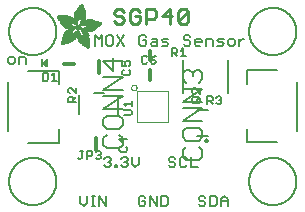
<source format=gbr>
G04 EAGLE Gerber RS-274X export*
G75*
%MOMM*%
%FSLAX34Y34*%
%LPD*%
%INSilkscreen Top*%
%IPPOS*%
%AMOC8*
5,1,8,0,0,1.08239X$1,22.5*%
G01*
%ADD10C,0.152400*%
%ADD11C,0.228600*%
%ADD12C,0.127000*%
%ADD13C,0.100000*%
%ADD14C,0.304800*%
%ADD15C,0.203200*%
%ADD16R,0.050800X0.006300*%
%ADD17R,0.082600X0.006400*%
%ADD18R,0.120600X0.006300*%
%ADD19R,0.139700X0.006400*%
%ADD20R,0.158800X0.006300*%
%ADD21R,0.177800X0.006400*%
%ADD22R,0.196800X0.006300*%
%ADD23R,0.215900X0.006400*%
%ADD24R,0.228600X0.006300*%
%ADD25R,0.241300X0.006400*%
%ADD26R,0.254000X0.006300*%
%ADD27R,0.266700X0.006400*%
%ADD28R,0.279400X0.006300*%
%ADD29R,0.285700X0.006400*%
%ADD30R,0.298400X0.006300*%
%ADD31R,0.311200X0.006400*%
%ADD32R,0.317500X0.006300*%
%ADD33R,0.330200X0.006400*%
%ADD34R,0.336600X0.006300*%
%ADD35R,0.349200X0.006400*%
%ADD36R,0.361900X0.006300*%
%ADD37R,0.368300X0.006400*%
%ADD38R,0.381000X0.006300*%
%ADD39R,0.387300X0.006400*%
%ADD40R,0.393700X0.006300*%
%ADD41R,0.406400X0.006400*%
%ADD42R,0.412700X0.006300*%
%ADD43R,0.419100X0.006400*%
%ADD44R,0.431800X0.006300*%
%ADD45R,0.438100X0.006400*%
%ADD46R,0.450800X0.006300*%
%ADD47R,0.457200X0.006400*%
%ADD48R,0.463500X0.006300*%
%ADD49R,0.476200X0.006400*%
%ADD50R,0.482600X0.006300*%
%ADD51R,0.488900X0.006400*%
%ADD52R,0.501600X0.006300*%
%ADD53R,0.508000X0.006400*%
%ADD54R,0.514300X0.006300*%
%ADD55R,0.527000X0.006400*%
%ADD56R,0.533400X0.006300*%
%ADD57R,0.546100X0.006400*%
%ADD58R,0.552400X0.006300*%
%ADD59R,0.558800X0.006400*%
%ADD60R,0.571500X0.006300*%
%ADD61R,0.577800X0.006400*%
%ADD62R,0.584200X0.006300*%
%ADD63R,0.596900X0.006400*%
%ADD64R,0.603200X0.006300*%
%ADD65R,0.609600X0.006400*%
%ADD66R,0.622300X0.006300*%
%ADD67R,0.628600X0.006400*%
%ADD68R,0.641300X0.006300*%
%ADD69R,0.647700X0.006400*%
%ADD70R,0.063500X0.006300*%
%ADD71R,0.654000X0.006300*%
%ADD72R,0.101600X0.006400*%
%ADD73R,0.666700X0.006400*%
%ADD74R,0.139700X0.006300*%
%ADD75R,0.673100X0.006300*%
%ADD76R,0.165100X0.006400*%
%ADD77R,0.679400X0.006400*%
%ADD78R,0.196900X0.006300*%
%ADD79R,0.692100X0.006300*%
%ADD80R,0.222200X0.006400*%
%ADD81R,0.698500X0.006400*%
%ADD82R,0.247700X0.006300*%
%ADD83R,0.704800X0.006300*%
%ADD84R,0.279400X0.006400*%
%ADD85R,0.717500X0.006400*%
%ADD86R,0.298500X0.006300*%
%ADD87R,0.723900X0.006300*%
%ADD88R,0.736600X0.006400*%
%ADD89R,0.342900X0.006300*%
%ADD90R,0.742900X0.006300*%
%ADD91R,0.374700X0.006400*%
%ADD92R,0.749300X0.006400*%
%ADD93R,0.762000X0.006300*%
%ADD94R,0.412700X0.006400*%
%ADD95R,0.768300X0.006400*%
%ADD96R,0.438100X0.006300*%
%ADD97R,0.774700X0.006300*%
%ADD98R,0.463600X0.006400*%
%ADD99R,0.787400X0.006400*%
%ADD100R,0.793700X0.006300*%
%ADD101R,0.495300X0.006400*%
%ADD102R,0.800100X0.006400*%
%ADD103R,0.520700X0.006300*%
%ADD104R,0.812800X0.006300*%
%ADD105R,0.533400X0.006400*%
%ADD106R,0.819100X0.006400*%
%ADD107R,0.558800X0.006300*%
%ADD108R,0.825500X0.006300*%
%ADD109R,0.577900X0.006400*%
%ADD110R,0.831800X0.006400*%
%ADD111R,0.596900X0.006300*%
%ADD112R,0.844500X0.006300*%
%ADD113R,0.616000X0.006400*%
%ADD114R,0.850900X0.006400*%
%ADD115R,0.635000X0.006300*%
%ADD116R,0.857200X0.006300*%
%ADD117R,0.654100X0.006400*%
%ADD118R,0.863600X0.006400*%
%ADD119R,0.666700X0.006300*%
%ADD120R,0.869900X0.006300*%
%ADD121R,0.685800X0.006400*%
%ADD122R,0.876300X0.006400*%
%ADD123R,0.882600X0.006300*%
%ADD124R,0.723900X0.006400*%
%ADD125R,0.889000X0.006400*%
%ADD126R,0.895300X0.006300*%
%ADD127R,0.755700X0.006400*%
%ADD128R,0.901700X0.006400*%
%ADD129R,0.908000X0.006300*%
%ADD130R,0.793800X0.006400*%
%ADD131R,0.914400X0.006400*%
%ADD132R,0.806400X0.006300*%
%ADD133R,0.920700X0.006300*%
%ADD134R,0.825500X0.006400*%
%ADD135R,0.927100X0.006400*%
%ADD136R,0.933400X0.006300*%
%ADD137R,0.857300X0.006400*%
%ADD138R,0.939800X0.006400*%
%ADD139R,0.870000X0.006300*%
%ADD140R,0.939800X0.006300*%
%ADD141R,0.946100X0.006400*%
%ADD142R,0.952500X0.006300*%
%ADD143R,0.908000X0.006400*%
%ADD144R,0.958800X0.006400*%
%ADD145R,0.965200X0.006300*%
%ADD146R,0.965200X0.006400*%
%ADD147R,0.971500X0.006300*%
%ADD148R,0.952500X0.006400*%
%ADD149R,0.977900X0.006400*%
%ADD150R,0.958800X0.006300*%
%ADD151R,0.984200X0.006300*%
%ADD152R,0.971500X0.006400*%
%ADD153R,0.984200X0.006400*%
%ADD154R,0.990600X0.006300*%
%ADD155R,0.984300X0.006400*%
%ADD156R,0.996900X0.006400*%
%ADD157R,0.997000X0.006300*%
%ADD158R,0.996900X0.006300*%
%ADD159R,1.003300X0.006400*%
%ADD160R,1.016000X0.006300*%
%ADD161R,1.009600X0.006300*%
%ADD162R,1.016000X0.006400*%
%ADD163R,1.009600X0.006400*%
%ADD164R,1.022300X0.006300*%
%ADD165R,1.028700X0.006400*%
%ADD166R,1.035100X0.006300*%
%ADD167R,1.047800X0.006400*%
%ADD168R,1.054100X0.006300*%
%ADD169R,1.028700X0.006300*%
%ADD170R,1.054100X0.006400*%
%ADD171R,1.035000X0.006400*%
%ADD172R,1.060400X0.006300*%
%ADD173R,1.035000X0.006300*%
%ADD174R,1.060500X0.006400*%
%ADD175R,1.041400X0.006400*%
%ADD176R,1.066800X0.006300*%
%ADD177R,1.041400X0.006300*%
%ADD178R,1.079500X0.006400*%
%ADD179R,1.047700X0.006400*%
%ADD180R,1.085900X0.006300*%
%ADD181R,1.047700X0.006300*%
%ADD182R,1.085800X0.006400*%
%ADD183R,1.092200X0.006300*%
%ADD184R,1.085900X0.006400*%
%ADD185R,1.098600X0.006300*%
%ADD186R,1.098600X0.006400*%
%ADD187R,1.060400X0.006400*%
%ADD188R,1.104900X0.006300*%
%ADD189R,1.104900X0.006400*%
%ADD190R,1.066800X0.006400*%
%ADD191R,1.111200X0.006300*%
%ADD192R,1.117600X0.006400*%
%ADD193R,1.117600X0.006300*%
%ADD194R,1.073100X0.006300*%
%ADD195R,1.073100X0.006400*%
%ADD196R,1.124000X0.006300*%
%ADD197R,1.079500X0.006300*%
%ADD198R,1.123900X0.006400*%
%ADD199R,1.130300X0.006300*%
%ADD200R,1.130300X0.006400*%
%ADD201R,1.136700X0.006400*%
%ADD202R,1.136700X0.006300*%
%ADD203R,1.085800X0.006300*%
%ADD204R,1.136600X0.006400*%
%ADD205R,1.136600X0.006300*%
%ADD206R,1.143000X0.006400*%
%ADD207R,1.143000X0.006300*%
%ADD208R,1.149400X0.006300*%
%ADD209R,1.149300X0.006300*%
%ADD210R,1.149300X0.006400*%
%ADD211R,1.149400X0.006400*%
%ADD212R,1.155700X0.006400*%
%ADD213R,1.155700X0.006300*%
%ADD214R,1.060500X0.006300*%
%ADD215R,2.197100X0.006400*%
%ADD216R,2.197100X0.006300*%
%ADD217R,2.184400X0.006300*%
%ADD218R,2.184400X0.006400*%
%ADD219R,2.171700X0.006400*%
%ADD220R,2.171700X0.006300*%
%ADD221R,1.530300X0.006400*%
%ADD222R,1.505000X0.006300*%
%ADD223R,1.492300X0.006400*%
%ADD224R,1.485900X0.006300*%
%ADD225R,0.565200X0.006300*%
%ADD226R,1.473200X0.006400*%
%ADD227R,0.565200X0.006400*%
%ADD228R,1.460500X0.006300*%
%ADD229R,1.454100X0.006400*%
%ADD230R,0.552400X0.006400*%
%ADD231R,1.441500X0.006300*%
%ADD232R,0.546100X0.006300*%
%ADD233R,1.435100X0.006400*%
%ADD234R,0.539800X0.006400*%
%ADD235R,1.428800X0.006300*%
%ADD236R,1.422400X0.006400*%
%ADD237R,1.409700X0.006300*%
%ADD238R,0.527100X0.006300*%
%ADD239R,1.403300X0.006400*%
%ADD240R,0.527100X0.006400*%
%ADD241R,1.390700X0.006300*%
%ADD242R,1.384300X0.006400*%
%ADD243R,0.520700X0.006400*%
%ADD244R,1.384300X0.006300*%
%ADD245R,0.514400X0.006300*%
%ADD246R,1.371600X0.006400*%
%ADD247R,1.365200X0.006300*%
%ADD248R,0.508000X0.006300*%
%ADD249R,1.352600X0.006400*%
%ADD250R,0.501700X0.006400*%
%ADD251R,0.711200X0.006300*%
%ADD252R,0.603300X0.006300*%
%ADD253R,0.501700X0.006300*%
%ADD254R,0.692100X0.006400*%
%ADD255R,0.571500X0.006400*%
%ADD256R,0.679400X0.006300*%
%ADD257R,0.495300X0.006300*%
%ADD258R,0.673100X0.006400*%
%ADD259R,0.666800X0.006300*%
%ADD260R,0.488900X0.006300*%
%ADD261R,0.660400X0.006400*%
%ADD262R,0.482600X0.006400*%
%ADD263R,0.476200X0.006300*%
%ADD264R,0.654000X0.006400*%
%ADD265R,0.469900X0.006400*%
%ADD266R,0.476300X0.006400*%
%ADD267R,0.647700X0.006300*%
%ADD268R,0.457200X0.006300*%
%ADD269R,0.469900X0.006300*%
%ADD270R,0.641300X0.006400*%
%ADD271R,0.444500X0.006400*%
%ADD272R,0.463600X0.006300*%
%ADD273R,0.635000X0.006400*%
%ADD274R,0.463500X0.006400*%
%ADD275R,0.393700X0.006400*%
%ADD276R,0.450800X0.006400*%
%ADD277R,0.628600X0.006300*%
%ADD278R,0.387400X0.006300*%
%ADD279R,0.450900X0.006300*%
%ADD280R,0.628700X0.006400*%
%ADD281R,0.374600X0.006400*%
%ADD282R,0.368300X0.006300*%
%ADD283R,0.438200X0.006300*%
%ADD284R,0.622300X0.006400*%
%ADD285R,0.355600X0.006400*%
%ADD286R,0.431800X0.006400*%
%ADD287R,0.349300X0.006300*%
%ADD288R,0.425400X0.006300*%
%ADD289R,0.615900X0.006300*%
%ADD290R,0.330200X0.006300*%
%ADD291R,0.419100X0.006300*%
%ADD292R,0.616000X0.006300*%
%ADD293R,0.311200X0.006300*%
%ADD294R,0.406400X0.006300*%
%ADD295R,0.615900X0.006400*%
%ADD296R,0.304800X0.006400*%
%ADD297R,0.158800X0.006400*%
%ADD298R,0.609600X0.006300*%
%ADD299R,0.292100X0.006300*%
%ADD300R,0.235000X0.006300*%
%ADD301R,0.387400X0.006400*%
%ADD302R,0.292100X0.006400*%
%ADD303R,0.336500X0.006300*%
%ADD304R,0.260400X0.006300*%
%ADD305R,0.603300X0.006400*%
%ADD306R,0.260400X0.006400*%
%ADD307R,0.362000X0.006400*%
%ADD308R,0.450900X0.006400*%
%ADD309R,0.355600X0.006300*%
%ADD310R,0.342900X0.006400*%
%ADD311R,0.514300X0.006400*%
%ADD312R,0.234900X0.006300*%
%ADD313R,0.539700X0.006300*%
%ADD314R,0.603200X0.006400*%
%ADD315R,0.234900X0.006400*%
%ADD316R,0.920700X0.006400*%
%ADD317R,0.958900X0.006400*%
%ADD318R,0.215900X0.006300*%
%ADD319R,0.209600X0.006400*%
%ADD320R,0.203200X0.006300*%
%ADD321R,1.003300X0.006300*%
%ADD322R,0.203200X0.006400*%
%ADD323R,0.196900X0.006400*%
%ADD324R,0.190500X0.006300*%
%ADD325R,0.190500X0.006400*%
%ADD326R,0.184200X0.006300*%
%ADD327R,0.590500X0.006400*%
%ADD328R,0.184200X0.006400*%
%ADD329R,0.590500X0.006300*%
%ADD330R,0.177800X0.006300*%
%ADD331R,0.584200X0.006400*%
%ADD332R,1.168400X0.006400*%
%ADD333R,0.171500X0.006300*%
%ADD334R,1.187500X0.006300*%
%ADD335R,1.200100X0.006400*%
%ADD336R,0.577800X0.006300*%
%ADD337R,1.212900X0.006300*%
%ADD338R,1.231900X0.006400*%
%ADD339R,1.250900X0.006300*%
%ADD340R,0.565100X0.006400*%
%ADD341R,0.184100X0.006400*%
%ADD342R,1.263700X0.006400*%
%ADD343R,0.565100X0.006300*%
%ADD344R,1.289100X0.006300*%
%ADD345R,1.314400X0.006400*%
%ADD346R,0.552500X0.006300*%
%ADD347R,1.568500X0.006300*%
%ADD348R,0.552500X0.006400*%
%ADD349R,1.581200X0.006400*%
%ADD350R,1.593800X0.006300*%
%ADD351R,1.606500X0.006400*%
%ADD352R,1.619300X0.006300*%
%ADD353R,0.514400X0.006400*%
%ADD354R,1.638300X0.006400*%
%ADD355R,1.657300X0.006300*%
%ADD356R,2.209800X0.006400*%
%ADD357R,2.425700X0.006300*%
%ADD358R,2.470100X0.006400*%
%ADD359R,2.501900X0.006300*%
%ADD360R,2.533700X0.006400*%
%ADD361R,2.559000X0.006300*%
%ADD362R,2.584500X0.006400*%
%ADD363R,2.609900X0.006300*%
%ADD364R,2.628900X0.006400*%
%ADD365R,2.660600X0.006300*%
%ADD366R,2.673400X0.006400*%
%ADD367R,1.422400X0.006300*%
%ADD368R,1.200200X0.006300*%
%ADD369R,1.365300X0.006300*%
%ADD370R,1.365300X0.006400*%
%ADD371R,1.352500X0.006300*%
%ADD372R,1.098500X0.006300*%
%ADD373R,1.358900X0.006400*%
%ADD374R,1.352600X0.006300*%
%ADD375R,1.358900X0.006300*%
%ADD376R,1.371600X0.006300*%
%ADD377R,1.377900X0.006400*%
%ADD378R,1.397000X0.006400*%
%ADD379R,1.403300X0.006300*%
%ADD380R,0.914400X0.006300*%
%ADD381R,0.876300X0.006300*%
%ADD382R,0.374600X0.006300*%
%ADD383R,1.073200X0.006400*%
%ADD384R,0.374700X0.006300*%
%ADD385R,0.844600X0.006400*%
%ADD386R,0.844600X0.006300*%
%ADD387R,0.831900X0.006400*%
%ADD388R,1.092200X0.006400*%
%ADD389R,0.400000X0.006300*%
%ADD390R,0.819200X0.006400*%
%ADD391R,1.111300X0.006400*%
%ADD392R,0.812800X0.006400*%
%ADD393R,0.800100X0.006300*%
%ADD394R,0.476300X0.006300*%
%ADD395R,1.181100X0.006300*%
%ADD396R,0.501600X0.006400*%
%ADD397R,1.193800X0.006400*%
%ADD398R,0.781000X0.006400*%
%ADD399R,1.238200X0.006400*%
%ADD400R,0.781100X0.006300*%
%ADD401R,1.257300X0.006300*%
%ADD402R,1.295400X0.006400*%
%ADD403R,1.333500X0.006300*%
%ADD404R,0.774700X0.006400*%
%ADD405R,1.866900X0.006400*%
%ADD406R,0.209600X0.006300*%
%ADD407R,1.866900X0.006300*%
%ADD408R,0.768400X0.006400*%
%ADD409R,0.209500X0.006400*%
%ADD410R,1.860600X0.006400*%
%ADD411R,0.762000X0.006400*%
%ADD412R,0.768400X0.006300*%
%ADD413R,1.860600X0.006300*%
%ADD414R,1.860500X0.006400*%
%ADD415R,0.222300X0.006300*%
%ADD416R,1.854200X0.006300*%
%ADD417R,0.235000X0.006400*%
%ADD418R,1.854200X0.006400*%
%ADD419R,0.768300X0.006300*%
%ADD420R,0.260300X0.006400*%
%ADD421R,1.847800X0.006400*%
%ADD422R,0.266700X0.006300*%
%ADD423R,1.847800X0.006300*%
%ADD424R,0.273100X0.006400*%
%ADD425R,1.841500X0.006400*%
%ADD426R,0.285800X0.006300*%
%ADD427R,1.841500X0.006300*%
%ADD428R,0.298500X0.006400*%
%ADD429R,1.835100X0.006400*%
%ADD430R,0.781000X0.006300*%
%ADD431R,0.304800X0.006300*%
%ADD432R,1.835100X0.006300*%
%ADD433R,0.317500X0.006400*%
%ADD434R,1.828800X0.006400*%
%ADD435R,0.787400X0.006300*%
%ADD436R,0.323800X0.006300*%
%ADD437R,1.828800X0.006300*%
%ADD438R,0.793700X0.006400*%
%ADD439R,1.822400X0.006400*%
%ADD440R,0.806500X0.006300*%
%ADD441R,1.822400X0.006300*%
%ADD442R,1.816100X0.006400*%
%ADD443R,0.819100X0.006300*%
%ADD444R,0.387300X0.006300*%
%ADD445R,1.816100X0.006300*%
%ADD446R,1.809800X0.006400*%
%ADD447R,1.803400X0.006300*%
%ADD448R,1.797000X0.006400*%
%ADD449R,0.901700X0.006300*%
%ADD450R,1.797000X0.006300*%
%ADD451R,1.441400X0.006400*%
%ADD452R,1.790700X0.006400*%
%ADD453R,1.447800X0.006300*%
%ADD454R,1.784300X0.006300*%
%ADD455R,1.447800X0.006400*%
%ADD456R,1.784300X0.006400*%
%ADD457R,1.454100X0.006300*%
%ADD458R,1.771700X0.006300*%
%ADD459R,1.460500X0.006400*%
%ADD460R,1.759000X0.006400*%
%ADD461R,1.466800X0.006300*%
%ADD462R,1.752600X0.006300*%
%ADD463R,1.466800X0.006400*%
%ADD464R,1.739900X0.006400*%
%ADD465R,1.473200X0.006300*%
%ADD466R,1.727200X0.006300*%
%ADD467R,1.479500X0.006400*%
%ADD468R,1.714500X0.006400*%
%ADD469R,1.695400X0.006300*%
%ADD470R,1.485900X0.006400*%
%ADD471R,1.682700X0.006400*%
%ADD472R,1.492200X0.006300*%
%ADD473R,1.663700X0.006300*%
%ADD474R,1.498600X0.006400*%
%ADD475R,1.644600X0.006400*%
%ADD476R,1.498600X0.006300*%
%ADD477R,1.619200X0.006300*%
%ADD478R,1.511300X0.006400*%
%ADD479R,1.600200X0.006400*%
%ADD480R,1.517700X0.006300*%
%ADD481R,1.574800X0.006300*%
%ADD482R,1.524000X0.006400*%
%ADD483R,1.555800X0.006400*%
%ADD484R,1.524000X0.006300*%
%ADD485R,1.536700X0.006300*%
%ADD486R,1.530400X0.006400*%
%ADD487R,1.517700X0.006400*%
%ADD488R,1.492300X0.006300*%
%ADD489R,1.549400X0.006400*%
%ADD490R,1.479600X0.006400*%
%ADD491R,1.549400X0.006300*%
%ADD492R,1.555700X0.006400*%
%ADD493R,1.562100X0.006300*%
%ADD494R,0.323900X0.006300*%
%ADD495R,1.568400X0.006400*%
%ADD496R,0.336600X0.006400*%
%ADD497R,1.587500X0.006300*%
%ADD498R,0.971600X0.006300*%
%ADD499R,0.349300X0.006400*%
%ADD500R,1.600200X0.006300*%
%ADD501R,0.920800X0.006300*%
%ADD502R,0.882700X0.006400*%
%ADD503R,1.612900X0.006300*%
%ADD504R,0.362000X0.006300*%
%ADD505R,1.625600X0.006400*%
%ADD506R,1.625600X0.006300*%
%ADD507R,1.644600X0.006300*%
%ADD508R,0.736600X0.006300*%
%ADD509R,0.717600X0.006400*%
%ADD510R,1.657400X0.006300*%
%ADD511R,0.679500X0.006300*%
%ADD512R,1.663700X0.006400*%
%ADD513R,0.400000X0.006400*%
%ADD514R,1.676400X0.006300*%
%ADD515R,1.676400X0.006400*%
%ADD516R,0.425500X0.006400*%
%ADD517R,1.352500X0.006400*%
%ADD518R,0.444500X0.006300*%
%ADD519R,0.361900X0.006400*%
%ADD520R,0.088900X0.006300*%
%ADD521R,1.009700X0.006300*%
%ADD522R,1.009700X0.006400*%
%ADD523R,1.022300X0.006400*%
%ADD524R,1.346200X0.006400*%
%ADD525R,1.346200X0.006300*%
%ADD526R,1.339900X0.006400*%
%ADD527R,1.035100X0.006400*%
%ADD528R,1.339800X0.006300*%
%ADD529R,1.333500X0.006400*%
%ADD530R,1.327200X0.006400*%
%ADD531R,1.320800X0.006300*%
%ADD532R,1.314500X0.006400*%
%ADD533R,1.314400X0.006300*%
%ADD534R,1.301700X0.006400*%
%ADD535R,1.295400X0.006300*%
%ADD536R,1.289000X0.006400*%
%ADD537R,1.276300X0.006300*%
%ADD538R,1.251000X0.006300*%
%ADD539R,1.244600X0.006400*%
%ADD540R,1.231900X0.006300*%
%ADD541R,1.212800X0.006400*%
%ADD542R,1.200100X0.006300*%
%ADD543R,1.187400X0.006400*%
%ADD544R,1.168400X0.006300*%
%ADD545R,1.047800X0.006300*%
%ADD546R,0.977900X0.006300*%
%ADD547R,0.946200X0.006400*%
%ADD548R,0.933400X0.006400*%
%ADD549R,0.895300X0.006400*%
%ADD550R,0.882700X0.006300*%
%ADD551R,0.863600X0.006300*%
%ADD552R,0.857200X0.006400*%
%ADD553R,0.850900X0.006300*%
%ADD554R,0.838200X0.006300*%
%ADD555R,0.806500X0.006400*%
%ADD556R,0.717600X0.006300*%
%ADD557R,0.711200X0.006400*%
%ADD558R,0.641400X0.006400*%
%ADD559R,0.641400X0.006300*%
%ADD560R,0.628700X0.006300*%
%ADD561R,0.590600X0.006300*%
%ADD562R,0.539700X0.006400*%
%ADD563R,0.285700X0.006300*%
%ADD564R,0.222200X0.006300*%
%ADD565R,0.171400X0.006300*%
%ADD566R,0.152400X0.006400*%
%ADD567R,0.133400X0.006300*%
%ADD568R,0.127000X0.762000*%

G36*
X37348Y122433D02*
X37348Y122433D01*
X37377Y122430D01*
X37469Y122450D01*
X37562Y122463D01*
X37589Y122476D01*
X37618Y122482D01*
X37698Y122530D01*
X37782Y122572D01*
X37803Y122593D01*
X37829Y122608D01*
X37890Y122680D01*
X37956Y122746D01*
X37969Y122772D01*
X37989Y122795D01*
X38024Y122882D01*
X38066Y122966D01*
X38070Y122996D01*
X38081Y123023D01*
X38099Y123190D01*
X38099Y128270D01*
X38094Y128299D01*
X38097Y128329D01*
X38075Y128420D01*
X38060Y128513D01*
X38046Y128539D01*
X38039Y128568D01*
X37988Y128647D01*
X37944Y128730D01*
X37923Y128751D01*
X37907Y128776D01*
X37834Y128835D01*
X37766Y128900D01*
X37739Y128912D01*
X37716Y128931D01*
X37628Y128964D01*
X37543Y129003D01*
X37513Y129006D01*
X37486Y129017D01*
X37392Y129020D01*
X37299Y129030D01*
X37269Y129024D01*
X37240Y129025D01*
X37150Y128998D01*
X37058Y128978D01*
X37033Y128963D01*
X37004Y128954D01*
X36862Y128864D01*
X33687Y126324D01*
X33618Y126247D01*
X33545Y126174D01*
X33536Y126157D01*
X33523Y126142D01*
X33481Y126046D01*
X33435Y125954D01*
X33433Y125934D01*
X33425Y125916D01*
X33416Y125813D01*
X33402Y125710D01*
X33406Y125691D01*
X33404Y125671D01*
X33429Y125570D01*
X33448Y125468D01*
X33458Y125451D01*
X33462Y125432D01*
X33518Y125345D01*
X33569Y125254D01*
X33586Y125237D01*
X33594Y125224D01*
X33619Y125204D01*
X33687Y125136D01*
X36862Y122596D01*
X36888Y122581D01*
X36910Y122561D01*
X36995Y122521D01*
X37077Y122475D01*
X37106Y122469D01*
X37133Y122457D01*
X37226Y122447D01*
X37318Y122429D01*
X37348Y122433D01*
G37*
D10*
X65758Y13215D02*
X65758Y7453D01*
X68640Y4572D01*
X71521Y7453D01*
X71521Y13215D01*
X75114Y4572D02*
X77995Y4572D01*
X76554Y4572D02*
X76554Y13215D01*
X75114Y13215D02*
X77995Y13215D01*
X81350Y13215D02*
X81350Y4572D01*
X87113Y4572D02*
X81350Y13215D01*
X87113Y13215D02*
X87113Y4572D01*
X85990Y44795D02*
X87431Y46235D01*
X90312Y46235D01*
X91753Y44795D01*
X91753Y43354D01*
X90312Y41914D01*
X88872Y41914D01*
X90312Y41914D02*
X91753Y40473D01*
X91753Y39033D01*
X90312Y37592D01*
X87431Y37592D01*
X85990Y39033D01*
X95346Y39033D02*
X95346Y37592D01*
X95346Y39033D02*
X96786Y39033D01*
X96786Y37592D01*
X95346Y37592D01*
X100023Y44795D02*
X101464Y46235D01*
X104345Y46235D01*
X105785Y44795D01*
X105785Y43354D01*
X104345Y41914D01*
X102904Y41914D01*
X104345Y41914D02*
X105785Y40473D01*
X105785Y39033D01*
X104345Y37592D01*
X101464Y37592D01*
X100023Y39033D01*
X109378Y40473D02*
X109378Y46235D01*
X109378Y40473D02*
X112260Y37592D01*
X115141Y40473D01*
X115141Y46235D01*
X119321Y13215D02*
X120761Y11775D01*
X119321Y13215D02*
X116440Y13215D01*
X114999Y11775D01*
X114999Y6013D01*
X116440Y4572D01*
X119321Y4572D01*
X120761Y6013D01*
X120761Y8894D01*
X117880Y8894D01*
X124354Y13215D02*
X124354Y4572D01*
X130117Y4572D02*
X124354Y13215D01*
X130117Y13215D02*
X130117Y4572D01*
X133710Y4572D02*
X133710Y13215D01*
X133710Y4572D02*
X138031Y4572D01*
X139472Y6013D01*
X139472Y11775D01*
X138031Y13215D01*
X133710Y13215D01*
X146161Y44795D02*
X144721Y46235D01*
X141840Y46235D01*
X140399Y44795D01*
X140399Y43354D01*
X141840Y41914D01*
X144721Y41914D01*
X146161Y40473D01*
X146161Y39033D01*
X144721Y37592D01*
X141840Y37592D01*
X140399Y39033D01*
X154076Y46235D02*
X155517Y44795D01*
X154076Y46235D02*
X151195Y46235D01*
X149754Y44795D01*
X149754Y39033D01*
X151195Y37592D01*
X154076Y37592D01*
X155517Y39033D01*
X159110Y37592D02*
X159110Y46235D01*
X159110Y37592D02*
X164872Y37592D01*
X170121Y13215D02*
X171561Y11775D01*
X170121Y13215D02*
X167240Y13215D01*
X165799Y11775D01*
X165799Y10334D01*
X167240Y8894D01*
X170121Y8894D01*
X171561Y7453D01*
X171561Y6013D01*
X170121Y4572D01*
X167240Y4572D01*
X165799Y6013D01*
X175154Y4572D02*
X175154Y13215D01*
X175154Y4572D02*
X179476Y4572D01*
X180917Y6013D01*
X180917Y11775D01*
X179476Y13215D01*
X175154Y13215D01*
X184510Y10334D02*
X184510Y4572D01*
X184510Y10334D02*
X187391Y13215D01*
X190272Y10334D01*
X190272Y4572D01*
X190272Y8894D02*
X184510Y8894D01*
D11*
X102535Y169258D02*
X100459Y171334D01*
X96307Y171334D01*
X94230Y169258D01*
X94230Y167181D01*
X96307Y165105D01*
X100459Y165105D01*
X102535Y163029D01*
X102535Y160953D01*
X100459Y158877D01*
X96307Y158877D01*
X94230Y160953D01*
X114024Y171334D02*
X116100Y169258D01*
X114024Y171334D02*
X109872Y171334D01*
X107795Y169258D01*
X107795Y160953D01*
X109872Y158877D01*
X114024Y158877D01*
X116100Y160953D01*
X116100Y165105D01*
X111948Y165105D01*
X121361Y158877D02*
X121361Y171334D01*
X127589Y171334D01*
X129665Y169258D01*
X129665Y165105D01*
X127589Y163029D01*
X121361Y163029D01*
X141154Y158877D02*
X141154Y171334D01*
X134926Y165105D01*
X143230Y165105D01*
X148491Y160953D02*
X148491Y169258D01*
X150567Y171334D01*
X154719Y171334D01*
X156795Y169258D01*
X156795Y160953D01*
X154719Y158877D01*
X150567Y158877D01*
X148491Y160953D01*
X156795Y169258D01*
D10*
X78295Y149105D02*
X78295Y140462D01*
X81176Y146224D02*
X78295Y149105D01*
X81176Y146224D02*
X84058Y149105D01*
X84058Y140462D01*
X89091Y149105D02*
X91972Y149105D01*
X89091Y149105D02*
X87650Y147665D01*
X87650Y141903D01*
X89091Y140462D01*
X91972Y140462D01*
X93413Y141903D01*
X93413Y147665D01*
X91972Y149105D01*
X97006Y149105D02*
X102768Y140462D01*
X97006Y140462D02*
X102768Y149105D01*
X120038Y149105D02*
X121478Y147665D01*
X120038Y149105D02*
X117157Y149105D01*
X115716Y147665D01*
X115716Y141903D01*
X117157Y140462D01*
X120038Y140462D01*
X121478Y141903D01*
X121478Y144784D01*
X118597Y144784D01*
X126512Y146224D02*
X129393Y146224D01*
X130833Y144784D01*
X130833Y140462D01*
X126512Y140462D01*
X125071Y141903D01*
X126512Y143343D01*
X130833Y143343D01*
X134426Y140462D02*
X138748Y140462D01*
X140189Y141903D01*
X138748Y143343D01*
X135867Y143343D01*
X134426Y144784D01*
X135867Y146224D01*
X140189Y146224D01*
X157458Y149105D02*
X158899Y147665D01*
X157458Y149105D02*
X154577Y149105D01*
X153137Y147665D01*
X153137Y146224D01*
X154577Y144784D01*
X157458Y144784D01*
X158899Y143343D01*
X158899Y141903D01*
X157458Y140462D01*
X154577Y140462D01*
X153137Y141903D01*
X163933Y140462D02*
X166814Y140462D01*
X163933Y140462D02*
X162492Y141903D01*
X162492Y144784D01*
X163933Y146224D01*
X166814Y146224D01*
X168254Y144784D01*
X168254Y143343D01*
X162492Y143343D01*
X171847Y140462D02*
X171847Y146224D01*
X176169Y146224D01*
X177609Y144784D01*
X177609Y140462D01*
X181202Y140462D02*
X185524Y140462D01*
X186965Y141903D01*
X185524Y143343D01*
X182643Y143343D01*
X181202Y144784D01*
X182643Y146224D01*
X186965Y146224D01*
X191998Y140462D02*
X194879Y140462D01*
X196320Y141903D01*
X196320Y144784D01*
X194879Y146224D01*
X191998Y146224D01*
X190558Y144784D01*
X190558Y141903D01*
X191998Y140462D01*
X199913Y140462D02*
X199913Y146224D01*
X199913Y143343D02*
X202794Y146224D01*
X204234Y146224D01*
D12*
X8894Y125095D02*
X5928Y125095D01*
X8894Y125095D02*
X10377Y126578D01*
X10377Y129544D01*
X8894Y131027D01*
X5928Y131027D01*
X4445Y129544D01*
X4445Y126578D01*
X5928Y125095D01*
X13800Y125095D02*
X13800Y131027D01*
X18249Y131027D01*
X19732Y129544D01*
X19732Y125095D01*
D13*
X114000Y101900D02*
X140000Y101900D01*
X140000Y75900D01*
X114000Y75900D01*
X114000Y101900D01*
X108764Y104900D02*
X108766Y104994D01*
X108772Y105088D01*
X108782Y105182D01*
X108796Y105275D01*
X108814Y105368D01*
X108835Y105460D01*
X108861Y105550D01*
X108890Y105640D01*
X108923Y105728D01*
X108960Y105815D01*
X109000Y105900D01*
X109044Y105984D01*
X109092Y106065D01*
X109142Y106145D01*
X109197Y106222D01*
X109254Y106297D01*
X109314Y106369D01*
X109378Y106439D01*
X109444Y106506D01*
X109513Y106570D01*
X109585Y106631D01*
X109659Y106689D01*
X109736Y106744D01*
X109815Y106796D01*
X109896Y106844D01*
X109979Y106889D01*
X110063Y106930D01*
X110150Y106968D01*
X110238Y107002D01*
X110327Y107032D01*
X110417Y107059D01*
X110509Y107081D01*
X110601Y107100D01*
X110695Y107115D01*
X110788Y107126D01*
X110882Y107133D01*
X110976Y107136D01*
X111071Y107135D01*
X111165Y107130D01*
X111259Y107121D01*
X111352Y107108D01*
X111445Y107091D01*
X111537Y107071D01*
X111628Y107046D01*
X111718Y107018D01*
X111806Y106986D01*
X111894Y106950D01*
X111979Y106910D01*
X112063Y106867D01*
X112145Y106821D01*
X112225Y106771D01*
X112303Y106717D01*
X112378Y106661D01*
X112451Y106601D01*
X112522Y106538D01*
X112589Y106473D01*
X112654Y106404D01*
X112716Y106333D01*
X112775Y106260D01*
X112831Y106184D01*
X112883Y106105D01*
X112932Y106025D01*
X112978Y105942D01*
X113020Y105858D01*
X113059Y105772D01*
X113094Y105684D01*
X113125Y105595D01*
X113153Y105505D01*
X113176Y105414D01*
X113196Y105322D01*
X113212Y105229D01*
X113224Y105135D01*
X113232Y105041D01*
X113236Y104947D01*
X113236Y104853D01*
X113232Y104759D01*
X113224Y104665D01*
X113212Y104571D01*
X113196Y104478D01*
X113176Y104386D01*
X113153Y104295D01*
X113125Y104205D01*
X113094Y104116D01*
X113059Y104028D01*
X113020Y103942D01*
X112978Y103858D01*
X112932Y103775D01*
X112883Y103695D01*
X112831Y103616D01*
X112775Y103540D01*
X112716Y103467D01*
X112654Y103396D01*
X112589Y103327D01*
X112522Y103262D01*
X112451Y103199D01*
X112378Y103139D01*
X112303Y103083D01*
X112225Y103029D01*
X112145Y102979D01*
X112063Y102933D01*
X111979Y102890D01*
X111894Y102850D01*
X111806Y102814D01*
X111718Y102782D01*
X111628Y102754D01*
X111537Y102729D01*
X111445Y102709D01*
X111352Y102692D01*
X111259Y102679D01*
X111165Y102670D01*
X111071Y102665D01*
X110976Y102664D01*
X110882Y102667D01*
X110788Y102674D01*
X110695Y102685D01*
X110601Y102700D01*
X110509Y102719D01*
X110417Y102741D01*
X110327Y102768D01*
X110238Y102798D01*
X110150Y102832D01*
X110063Y102870D01*
X109979Y102911D01*
X109896Y102956D01*
X109815Y103004D01*
X109736Y103056D01*
X109659Y103111D01*
X109585Y103169D01*
X109513Y103230D01*
X109444Y103294D01*
X109378Y103361D01*
X109314Y103431D01*
X109254Y103503D01*
X109197Y103578D01*
X109142Y103655D01*
X109092Y103735D01*
X109044Y103816D01*
X109000Y103900D01*
X108960Y103985D01*
X108923Y104072D01*
X108890Y104160D01*
X108861Y104250D01*
X108835Y104340D01*
X108814Y104432D01*
X108796Y104525D01*
X108782Y104618D01*
X108772Y104712D01*
X108766Y104806D01*
X108764Y104900D01*
D14*
X78740Y62230D02*
X78740Y52070D01*
D10*
X98546Y53869D02*
X99648Y54970D01*
X98546Y53869D02*
X98546Y51665D01*
X99648Y50564D01*
X104054Y50564D01*
X105156Y51665D01*
X105156Y53869D01*
X104054Y54970D01*
X105156Y61353D02*
X98546Y61353D01*
X101851Y58048D01*
X101851Y62454D01*
D15*
X64780Y82170D02*
X64780Y98170D01*
X97780Y98170D02*
X97780Y82170D01*
X85280Y100670D02*
X77280Y100670D01*
D10*
X102356Y81584D02*
X107864Y81584D01*
X108966Y82685D01*
X108966Y84889D01*
X107864Y85990D01*
X102356Y85990D01*
X104560Y89068D02*
X102356Y91271D01*
X108966Y91271D01*
X108966Y89068D02*
X108966Y93474D01*
D14*
X81280Y116840D02*
X81280Y127000D01*
D10*
X101086Y118639D02*
X102188Y119740D01*
X101086Y118639D02*
X101086Y116435D01*
X102188Y115334D01*
X106594Y115334D01*
X107696Y116435D01*
X107696Y118639D01*
X106594Y119740D01*
X101086Y122818D02*
X101086Y127224D01*
X101086Y122818D02*
X104391Y122818D01*
X103290Y125021D01*
X103290Y126123D01*
X104391Y127224D01*
X106594Y127224D01*
X107696Y126123D01*
X107696Y123919D01*
X106594Y122818D01*
D14*
X124460Y119570D02*
X124460Y111570D01*
D10*
X122008Y130730D02*
X120907Y131832D01*
X118704Y131832D01*
X117602Y130730D01*
X117602Y126324D01*
X118704Y125222D01*
X120907Y125222D01*
X122008Y126324D01*
X127289Y130730D02*
X129493Y131832D01*
X127289Y130730D02*
X125086Y128527D01*
X125086Y126324D01*
X126188Y125222D01*
X128391Y125222D01*
X129493Y126324D01*
X129493Y127425D01*
X128391Y128527D01*
X125086Y128527D01*
D15*
X152450Y128300D02*
X152450Y100300D01*
X190450Y100300D02*
X190450Y128300D01*
D10*
X173244Y97544D02*
X173244Y90934D01*
X173244Y97544D02*
X176549Y97544D01*
X177650Y96442D01*
X177650Y94239D01*
X176549Y93137D01*
X173244Y93137D01*
X175447Y93137D02*
X177650Y90934D01*
X180728Y96442D02*
X181829Y97544D01*
X184033Y97544D01*
X185134Y96442D01*
X185134Y95340D01*
X184033Y94239D01*
X182931Y94239D01*
X184033Y94239D02*
X185134Y93137D01*
X185134Y92036D01*
X184033Y90934D01*
X181829Y90934D01*
X180728Y92036D01*
D15*
X173410Y63930D02*
X164410Y63930D01*
X164410Y85930D02*
X173410Y85930D01*
X171410Y59930D02*
X171412Y59993D01*
X171418Y60055D01*
X171428Y60117D01*
X171441Y60179D01*
X171459Y60239D01*
X171480Y60298D01*
X171505Y60356D01*
X171534Y60412D01*
X171566Y60466D01*
X171601Y60518D01*
X171639Y60567D01*
X171681Y60615D01*
X171725Y60659D01*
X171773Y60701D01*
X171822Y60739D01*
X171874Y60774D01*
X171928Y60806D01*
X171984Y60835D01*
X172042Y60860D01*
X172101Y60881D01*
X172161Y60899D01*
X172223Y60912D01*
X172285Y60922D01*
X172347Y60928D01*
X172410Y60930D01*
X172473Y60928D01*
X172535Y60922D01*
X172597Y60912D01*
X172659Y60899D01*
X172719Y60881D01*
X172778Y60860D01*
X172836Y60835D01*
X172892Y60806D01*
X172946Y60774D01*
X172998Y60739D01*
X173047Y60701D01*
X173095Y60659D01*
X173139Y60615D01*
X173181Y60567D01*
X173219Y60518D01*
X173254Y60466D01*
X173286Y60412D01*
X173315Y60356D01*
X173340Y60298D01*
X173361Y60239D01*
X173379Y60179D01*
X173392Y60117D01*
X173402Y60055D01*
X173408Y59993D01*
X173410Y59930D01*
X173408Y59867D01*
X173402Y59805D01*
X173392Y59743D01*
X173379Y59681D01*
X173361Y59621D01*
X173340Y59562D01*
X173315Y59504D01*
X173286Y59448D01*
X173254Y59394D01*
X173219Y59342D01*
X173181Y59293D01*
X173139Y59245D01*
X173095Y59201D01*
X173047Y59159D01*
X172998Y59121D01*
X172946Y59086D01*
X172892Y59054D01*
X172836Y59025D01*
X172778Y59000D01*
X172719Y58979D01*
X172659Y58961D01*
X172597Y58948D01*
X172535Y58938D01*
X172473Y58932D01*
X172410Y58930D01*
X172347Y58932D01*
X172285Y58938D01*
X172223Y58948D01*
X172161Y58961D01*
X172101Y58979D01*
X172042Y59000D01*
X171984Y59025D01*
X171928Y59054D01*
X171874Y59086D01*
X171822Y59121D01*
X171773Y59159D01*
X171725Y59201D01*
X171681Y59245D01*
X171639Y59293D01*
X171601Y59342D01*
X171566Y59394D01*
X171534Y59448D01*
X171505Y59504D01*
X171480Y59562D01*
X171459Y59621D01*
X171441Y59681D01*
X171428Y59743D01*
X171418Y59805D01*
X171412Y59867D01*
X171410Y59930D01*
D10*
X165776Y92202D02*
X161370Y92202D01*
X160268Y93304D01*
X160268Y95507D01*
X161370Y96608D01*
X165776Y96608D01*
X166878Y95507D01*
X166878Y93304D01*
X165776Y92202D01*
X164675Y94405D02*
X166878Y96608D01*
X166878Y99686D02*
X166878Y104093D01*
X162472Y104093D02*
X166878Y99686D01*
X162472Y104093D02*
X161370Y104093D01*
X160268Y102991D01*
X160268Y100788D01*
X161370Y99686D01*
D15*
X5400Y152400D02*
X5406Y152891D01*
X5424Y153381D01*
X5454Y153871D01*
X5496Y154360D01*
X5550Y154848D01*
X5616Y155335D01*
X5694Y155819D01*
X5784Y156302D01*
X5886Y156782D01*
X5999Y157260D01*
X6124Y157734D01*
X6261Y158206D01*
X6409Y158674D01*
X6569Y159138D01*
X6740Y159598D01*
X6922Y160054D01*
X7116Y160505D01*
X7320Y160951D01*
X7536Y161392D01*
X7762Y161828D01*
X7998Y162258D01*
X8245Y162682D01*
X8503Y163100D01*
X8771Y163511D01*
X9048Y163916D01*
X9336Y164314D01*
X9633Y164705D01*
X9940Y165088D01*
X10256Y165463D01*
X10581Y165831D01*
X10915Y166191D01*
X11258Y166542D01*
X11609Y166885D01*
X11969Y167219D01*
X12337Y167544D01*
X12712Y167860D01*
X13095Y168167D01*
X13486Y168464D01*
X13884Y168752D01*
X14289Y169029D01*
X14700Y169297D01*
X15118Y169555D01*
X15542Y169802D01*
X15972Y170038D01*
X16408Y170264D01*
X16849Y170480D01*
X17295Y170684D01*
X17746Y170878D01*
X18202Y171060D01*
X18662Y171231D01*
X19126Y171391D01*
X19594Y171539D01*
X20066Y171676D01*
X20540Y171801D01*
X21018Y171914D01*
X21498Y172016D01*
X21981Y172106D01*
X22465Y172184D01*
X22952Y172250D01*
X23440Y172304D01*
X23929Y172346D01*
X24419Y172376D01*
X24909Y172394D01*
X25400Y172400D01*
X25891Y172394D01*
X26381Y172376D01*
X26871Y172346D01*
X27360Y172304D01*
X27848Y172250D01*
X28335Y172184D01*
X28819Y172106D01*
X29302Y172016D01*
X29782Y171914D01*
X30260Y171801D01*
X30734Y171676D01*
X31206Y171539D01*
X31674Y171391D01*
X32138Y171231D01*
X32598Y171060D01*
X33054Y170878D01*
X33505Y170684D01*
X33951Y170480D01*
X34392Y170264D01*
X34828Y170038D01*
X35258Y169802D01*
X35682Y169555D01*
X36100Y169297D01*
X36511Y169029D01*
X36916Y168752D01*
X37314Y168464D01*
X37705Y168167D01*
X38088Y167860D01*
X38463Y167544D01*
X38831Y167219D01*
X39191Y166885D01*
X39542Y166542D01*
X39885Y166191D01*
X40219Y165831D01*
X40544Y165463D01*
X40860Y165088D01*
X41167Y164705D01*
X41464Y164314D01*
X41752Y163916D01*
X42029Y163511D01*
X42297Y163100D01*
X42555Y162682D01*
X42802Y162258D01*
X43038Y161828D01*
X43264Y161392D01*
X43480Y160951D01*
X43684Y160505D01*
X43878Y160054D01*
X44060Y159598D01*
X44231Y159138D01*
X44391Y158674D01*
X44539Y158206D01*
X44676Y157734D01*
X44801Y157260D01*
X44914Y156782D01*
X45016Y156302D01*
X45106Y155819D01*
X45184Y155335D01*
X45250Y154848D01*
X45304Y154360D01*
X45346Y153871D01*
X45376Y153381D01*
X45394Y152891D01*
X45400Y152400D01*
X45394Y151909D01*
X45376Y151419D01*
X45346Y150929D01*
X45304Y150440D01*
X45250Y149952D01*
X45184Y149465D01*
X45106Y148981D01*
X45016Y148498D01*
X44914Y148018D01*
X44801Y147540D01*
X44676Y147066D01*
X44539Y146594D01*
X44391Y146126D01*
X44231Y145662D01*
X44060Y145202D01*
X43878Y144746D01*
X43684Y144295D01*
X43480Y143849D01*
X43264Y143408D01*
X43038Y142972D01*
X42802Y142542D01*
X42555Y142118D01*
X42297Y141700D01*
X42029Y141289D01*
X41752Y140884D01*
X41464Y140486D01*
X41167Y140095D01*
X40860Y139712D01*
X40544Y139337D01*
X40219Y138969D01*
X39885Y138609D01*
X39542Y138258D01*
X39191Y137915D01*
X38831Y137581D01*
X38463Y137256D01*
X38088Y136940D01*
X37705Y136633D01*
X37314Y136336D01*
X36916Y136048D01*
X36511Y135771D01*
X36100Y135503D01*
X35682Y135245D01*
X35258Y134998D01*
X34828Y134762D01*
X34392Y134536D01*
X33951Y134320D01*
X33505Y134116D01*
X33054Y133922D01*
X32598Y133740D01*
X32138Y133569D01*
X31674Y133409D01*
X31206Y133261D01*
X30734Y133124D01*
X30260Y132999D01*
X29782Y132886D01*
X29302Y132784D01*
X28819Y132694D01*
X28335Y132616D01*
X27848Y132550D01*
X27360Y132496D01*
X26871Y132454D01*
X26381Y132424D01*
X25891Y132406D01*
X25400Y132400D01*
X24909Y132406D01*
X24419Y132424D01*
X23929Y132454D01*
X23440Y132496D01*
X22952Y132550D01*
X22465Y132616D01*
X21981Y132694D01*
X21498Y132784D01*
X21018Y132886D01*
X20540Y132999D01*
X20066Y133124D01*
X19594Y133261D01*
X19126Y133409D01*
X18662Y133569D01*
X18202Y133740D01*
X17746Y133922D01*
X17295Y134116D01*
X16849Y134320D01*
X16408Y134536D01*
X15972Y134762D01*
X15542Y134998D01*
X15118Y135245D01*
X14700Y135503D01*
X14289Y135771D01*
X13884Y136048D01*
X13486Y136336D01*
X13095Y136633D01*
X12712Y136940D01*
X12337Y137256D01*
X11969Y137581D01*
X11609Y137915D01*
X11258Y138258D01*
X10915Y138609D01*
X10581Y138969D01*
X10256Y139337D01*
X9940Y139712D01*
X9633Y140095D01*
X9336Y140486D01*
X9048Y140884D01*
X8771Y141289D01*
X8503Y141700D01*
X8245Y142118D01*
X7998Y142542D01*
X7762Y142972D01*
X7536Y143408D01*
X7320Y143849D01*
X7116Y144295D01*
X6922Y144746D01*
X6740Y145202D01*
X6569Y145662D01*
X6409Y146126D01*
X6261Y146594D01*
X6124Y147066D01*
X5999Y147540D01*
X5886Y148018D01*
X5784Y148498D01*
X5694Y148981D01*
X5616Y149465D01*
X5550Y149952D01*
X5496Y150440D01*
X5454Y150929D01*
X5424Y151419D01*
X5406Y151909D01*
X5400Y152400D01*
X208600Y152400D02*
X208606Y152891D01*
X208624Y153381D01*
X208654Y153871D01*
X208696Y154360D01*
X208750Y154848D01*
X208816Y155335D01*
X208894Y155819D01*
X208984Y156302D01*
X209086Y156782D01*
X209199Y157260D01*
X209324Y157734D01*
X209461Y158206D01*
X209609Y158674D01*
X209769Y159138D01*
X209940Y159598D01*
X210122Y160054D01*
X210316Y160505D01*
X210520Y160951D01*
X210736Y161392D01*
X210962Y161828D01*
X211198Y162258D01*
X211445Y162682D01*
X211703Y163100D01*
X211971Y163511D01*
X212248Y163916D01*
X212536Y164314D01*
X212833Y164705D01*
X213140Y165088D01*
X213456Y165463D01*
X213781Y165831D01*
X214115Y166191D01*
X214458Y166542D01*
X214809Y166885D01*
X215169Y167219D01*
X215537Y167544D01*
X215912Y167860D01*
X216295Y168167D01*
X216686Y168464D01*
X217084Y168752D01*
X217489Y169029D01*
X217900Y169297D01*
X218318Y169555D01*
X218742Y169802D01*
X219172Y170038D01*
X219608Y170264D01*
X220049Y170480D01*
X220495Y170684D01*
X220946Y170878D01*
X221402Y171060D01*
X221862Y171231D01*
X222326Y171391D01*
X222794Y171539D01*
X223266Y171676D01*
X223740Y171801D01*
X224218Y171914D01*
X224698Y172016D01*
X225181Y172106D01*
X225665Y172184D01*
X226152Y172250D01*
X226640Y172304D01*
X227129Y172346D01*
X227619Y172376D01*
X228109Y172394D01*
X228600Y172400D01*
X229091Y172394D01*
X229581Y172376D01*
X230071Y172346D01*
X230560Y172304D01*
X231048Y172250D01*
X231535Y172184D01*
X232019Y172106D01*
X232502Y172016D01*
X232982Y171914D01*
X233460Y171801D01*
X233934Y171676D01*
X234406Y171539D01*
X234874Y171391D01*
X235338Y171231D01*
X235798Y171060D01*
X236254Y170878D01*
X236705Y170684D01*
X237151Y170480D01*
X237592Y170264D01*
X238028Y170038D01*
X238458Y169802D01*
X238882Y169555D01*
X239300Y169297D01*
X239711Y169029D01*
X240116Y168752D01*
X240514Y168464D01*
X240905Y168167D01*
X241288Y167860D01*
X241663Y167544D01*
X242031Y167219D01*
X242391Y166885D01*
X242742Y166542D01*
X243085Y166191D01*
X243419Y165831D01*
X243744Y165463D01*
X244060Y165088D01*
X244367Y164705D01*
X244664Y164314D01*
X244952Y163916D01*
X245229Y163511D01*
X245497Y163100D01*
X245755Y162682D01*
X246002Y162258D01*
X246238Y161828D01*
X246464Y161392D01*
X246680Y160951D01*
X246884Y160505D01*
X247078Y160054D01*
X247260Y159598D01*
X247431Y159138D01*
X247591Y158674D01*
X247739Y158206D01*
X247876Y157734D01*
X248001Y157260D01*
X248114Y156782D01*
X248216Y156302D01*
X248306Y155819D01*
X248384Y155335D01*
X248450Y154848D01*
X248504Y154360D01*
X248546Y153871D01*
X248576Y153381D01*
X248594Y152891D01*
X248600Y152400D01*
X248594Y151909D01*
X248576Y151419D01*
X248546Y150929D01*
X248504Y150440D01*
X248450Y149952D01*
X248384Y149465D01*
X248306Y148981D01*
X248216Y148498D01*
X248114Y148018D01*
X248001Y147540D01*
X247876Y147066D01*
X247739Y146594D01*
X247591Y146126D01*
X247431Y145662D01*
X247260Y145202D01*
X247078Y144746D01*
X246884Y144295D01*
X246680Y143849D01*
X246464Y143408D01*
X246238Y142972D01*
X246002Y142542D01*
X245755Y142118D01*
X245497Y141700D01*
X245229Y141289D01*
X244952Y140884D01*
X244664Y140486D01*
X244367Y140095D01*
X244060Y139712D01*
X243744Y139337D01*
X243419Y138969D01*
X243085Y138609D01*
X242742Y138258D01*
X242391Y137915D01*
X242031Y137581D01*
X241663Y137256D01*
X241288Y136940D01*
X240905Y136633D01*
X240514Y136336D01*
X240116Y136048D01*
X239711Y135771D01*
X239300Y135503D01*
X238882Y135245D01*
X238458Y134998D01*
X238028Y134762D01*
X237592Y134536D01*
X237151Y134320D01*
X236705Y134116D01*
X236254Y133922D01*
X235798Y133740D01*
X235338Y133569D01*
X234874Y133409D01*
X234406Y133261D01*
X233934Y133124D01*
X233460Y132999D01*
X232982Y132886D01*
X232502Y132784D01*
X232019Y132694D01*
X231535Y132616D01*
X231048Y132550D01*
X230560Y132496D01*
X230071Y132454D01*
X229581Y132424D01*
X229091Y132406D01*
X228600Y132400D01*
X228109Y132406D01*
X227619Y132424D01*
X227129Y132454D01*
X226640Y132496D01*
X226152Y132550D01*
X225665Y132616D01*
X225181Y132694D01*
X224698Y132784D01*
X224218Y132886D01*
X223740Y132999D01*
X223266Y133124D01*
X222794Y133261D01*
X222326Y133409D01*
X221862Y133569D01*
X221402Y133740D01*
X220946Y133922D01*
X220495Y134116D01*
X220049Y134320D01*
X219608Y134536D01*
X219172Y134762D01*
X218742Y134998D01*
X218318Y135245D01*
X217900Y135503D01*
X217489Y135771D01*
X217084Y136048D01*
X216686Y136336D01*
X216295Y136633D01*
X215912Y136940D01*
X215537Y137256D01*
X215169Y137581D01*
X214809Y137915D01*
X214458Y138258D01*
X214115Y138609D01*
X213781Y138969D01*
X213456Y139337D01*
X213140Y139712D01*
X212833Y140095D01*
X212536Y140486D01*
X212248Y140884D01*
X211971Y141289D01*
X211703Y141700D01*
X211445Y142118D01*
X211198Y142542D01*
X210962Y142972D01*
X210736Y143408D01*
X210520Y143849D01*
X210316Y144295D01*
X210122Y144746D01*
X209940Y145202D01*
X209769Y145662D01*
X209609Y146126D01*
X209461Y146594D01*
X209324Y147066D01*
X209199Y147540D01*
X209086Y148018D01*
X208984Y148498D01*
X208894Y148981D01*
X208816Y149465D01*
X208750Y149952D01*
X208696Y150440D01*
X208654Y150929D01*
X208624Y151419D01*
X208606Y151909D01*
X208600Y152400D01*
D10*
X206460Y58900D02*
X232460Y58900D01*
X206460Y58900D02*
X206460Y69900D01*
X206460Y107900D02*
X206460Y119900D01*
X232460Y119900D01*
X249460Y109900D02*
X249460Y67900D01*
X155280Y54509D02*
X152568Y51797D01*
X152568Y46374D01*
X155280Y43662D01*
X166126Y43662D01*
X168838Y46374D01*
X168838Y51797D01*
X166126Y54509D01*
X152568Y62745D02*
X152568Y68169D01*
X152568Y62745D02*
X155280Y60034D01*
X166126Y60034D01*
X168838Y62745D01*
X168838Y68169D01*
X166126Y70880D01*
X155280Y70880D01*
X152568Y68169D01*
X152568Y76405D02*
X168838Y76405D01*
X168838Y87252D02*
X152568Y76405D01*
X152568Y87252D02*
X168838Y87252D01*
X168838Y92777D02*
X152568Y92777D01*
X168838Y103623D01*
X152568Y103623D01*
X155280Y109148D02*
X152568Y111860D01*
X152568Y117283D01*
X155280Y119995D01*
X157991Y119995D01*
X160703Y117283D01*
X160703Y114572D01*
X160703Y117283D02*
X163415Y119995D01*
X166126Y119995D01*
X168838Y117283D01*
X168838Y111860D01*
X166126Y109148D01*
X47540Y118900D02*
X21540Y118900D01*
X47540Y118900D02*
X47540Y107900D01*
X47540Y69900D02*
X47540Y57900D01*
X21540Y57900D01*
X4540Y67900D02*
X4540Y109900D01*
X85148Y61939D02*
X87860Y64651D01*
X85148Y61939D02*
X85148Y56516D01*
X87860Y53804D01*
X98706Y53804D01*
X101418Y56516D01*
X101418Y61939D01*
X98706Y64651D01*
X85148Y72887D02*
X85148Y78311D01*
X85148Y72887D02*
X87860Y70176D01*
X98706Y70176D01*
X101418Y72887D01*
X101418Y78311D01*
X98706Y81022D01*
X87860Y81022D01*
X85148Y78311D01*
X85148Y86547D02*
X101418Y86547D01*
X101418Y97394D02*
X85148Y86547D01*
X85148Y97394D02*
X101418Y97394D01*
X101418Y102919D02*
X85148Y102919D01*
X101418Y113765D01*
X85148Y113765D01*
X85148Y127425D02*
X101418Y127425D01*
X93283Y119290D02*
X85148Y127425D01*
X93283Y130137D02*
X93283Y119290D01*
D15*
X5400Y25400D02*
X5406Y25891D01*
X5424Y26381D01*
X5454Y26871D01*
X5496Y27360D01*
X5550Y27848D01*
X5616Y28335D01*
X5694Y28819D01*
X5784Y29302D01*
X5886Y29782D01*
X5999Y30260D01*
X6124Y30734D01*
X6261Y31206D01*
X6409Y31674D01*
X6569Y32138D01*
X6740Y32598D01*
X6922Y33054D01*
X7116Y33505D01*
X7320Y33951D01*
X7536Y34392D01*
X7762Y34828D01*
X7998Y35258D01*
X8245Y35682D01*
X8503Y36100D01*
X8771Y36511D01*
X9048Y36916D01*
X9336Y37314D01*
X9633Y37705D01*
X9940Y38088D01*
X10256Y38463D01*
X10581Y38831D01*
X10915Y39191D01*
X11258Y39542D01*
X11609Y39885D01*
X11969Y40219D01*
X12337Y40544D01*
X12712Y40860D01*
X13095Y41167D01*
X13486Y41464D01*
X13884Y41752D01*
X14289Y42029D01*
X14700Y42297D01*
X15118Y42555D01*
X15542Y42802D01*
X15972Y43038D01*
X16408Y43264D01*
X16849Y43480D01*
X17295Y43684D01*
X17746Y43878D01*
X18202Y44060D01*
X18662Y44231D01*
X19126Y44391D01*
X19594Y44539D01*
X20066Y44676D01*
X20540Y44801D01*
X21018Y44914D01*
X21498Y45016D01*
X21981Y45106D01*
X22465Y45184D01*
X22952Y45250D01*
X23440Y45304D01*
X23929Y45346D01*
X24419Y45376D01*
X24909Y45394D01*
X25400Y45400D01*
X25891Y45394D01*
X26381Y45376D01*
X26871Y45346D01*
X27360Y45304D01*
X27848Y45250D01*
X28335Y45184D01*
X28819Y45106D01*
X29302Y45016D01*
X29782Y44914D01*
X30260Y44801D01*
X30734Y44676D01*
X31206Y44539D01*
X31674Y44391D01*
X32138Y44231D01*
X32598Y44060D01*
X33054Y43878D01*
X33505Y43684D01*
X33951Y43480D01*
X34392Y43264D01*
X34828Y43038D01*
X35258Y42802D01*
X35682Y42555D01*
X36100Y42297D01*
X36511Y42029D01*
X36916Y41752D01*
X37314Y41464D01*
X37705Y41167D01*
X38088Y40860D01*
X38463Y40544D01*
X38831Y40219D01*
X39191Y39885D01*
X39542Y39542D01*
X39885Y39191D01*
X40219Y38831D01*
X40544Y38463D01*
X40860Y38088D01*
X41167Y37705D01*
X41464Y37314D01*
X41752Y36916D01*
X42029Y36511D01*
X42297Y36100D01*
X42555Y35682D01*
X42802Y35258D01*
X43038Y34828D01*
X43264Y34392D01*
X43480Y33951D01*
X43684Y33505D01*
X43878Y33054D01*
X44060Y32598D01*
X44231Y32138D01*
X44391Y31674D01*
X44539Y31206D01*
X44676Y30734D01*
X44801Y30260D01*
X44914Y29782D01*
X45016Y29302D01*
X45106Y28819D01*
X45184Y28335D01*
X45250Y27848D01*
X45304Y27360D01*
X45346Y26871D01*
X45376Y26381D01*
X45394Y25891D01*
X45400Y25400D01*
X45394Y24909D01*
X45376Y24419D01*
X45346Y23929D01*
X45304Y23440D01*
X45250Y22952D01*
X45184Y22465D01*
X45106Y21981D01*
X45016Y21498D01*
X44914Y21018D01*
X44801Y20540D01*
X44676Y20066D01*
X44539Y19594D01*
X44391Y19126D01*
X44231Y18662D01*
X44060Y18202D01*
X43878Y17746D01*
X43684Y17295D01*
X43480Y16849D01*
X43264Y16408D01*
X43038Y15972D01*
X42802Y15542D01*
X42555Y15118D01*
X42297Y14700D01*
X42029Y14289D01*
X41752Y13884D01*
X41464Y13486D01*
X41167Y13095D01*
X40860Y12712D01*
X40544Y12337D01*
X40219Y11969D01*
X39885Y11609D01*
X39542Y11258D01*
X39191Y10915D01*
X38831Y10581D01*
X38463Y10256D01*
X38088Y9940D01*
X37705Y9633D01*
X37314Y9336D01*
X36916Y9048D01*
X36511Y8771D01*
X36100Y8503D01*
X35682Y8245D01*
X35258Y7998D01*
X34828Y7762D01*
X34392Y7536D01*
X33951Y7320D01*
X33505Y7116D01*
X33054Y6922D01*
X32598Y6740D01*
X32138Y6569D01*
X31674Y6409D01*
X31206Y6261D01*
X30734Y6124D01*
X30260Y5999D01*
X29782Y5886D01*
X29302Y5784D01*
X28819Y5694D01*
X28335Y5616D01*
X27848Y5550D01*
X27360Y5496D01*
X26871Y5454D01*
X26381Y5424D01*
X25891Y5406D01*
X25400Y5400D01*
X24909Y5406D01*
X24419Y5424D01*
X23929Y5454D01*
X23440Y5496D01*
X22952Y5550D01*
X22465Y5616D01*
X21981Y5694D01*
X21498Y5784D01*
X21018Y5886D01*
X20540Y5999D01*
X20066Y6124D01*
X19594Y6261D01*
X19126Y6409D01*
X18662Y6569D01*
X18202Y6740D01*
X17746Y6922D01*
X17295Y7116D01*
X16849Y7320D01*
X16408Y7536D01*
X15972Y7762D01*
X15542Y7998D01*
X15118Y8245D01*
X14700Y8503D01*
X14289Y8771D01*
X13884Y9048D01*
X13486Y9336D01*
X13095Y9633D01*
X12712Y9940D01*
X12337Y10256D01*
X11969Y10581D01*
X11609Y10915D01*
X11258Y11258D01*
X10915Y11609D01*
X10581Y11969D01*
X10256Y12337D01*
X9940Y12712D01*
X9633Y13095D01*
X9336Y13486D01*
X9048Y13884D01*
X8771Y14289D01*
X8503Y14700D01*
X8245Y15118D01*
X7998Y15542D01*
X7762Y15972D01*
X7536Y16408D01*
X7320Y16849D01*
X7116Y17295D01*
X6922Y17746D01*
X6740Y18202D01*
X6569Y18662D01*
X6409Y19126D01*
X6261Y19594D01*
X6124Y20066D01*
X5999Y20540D01*
X5886Y21018D01*
X5784Y21498D01*
X5694Y21981D01*
X5616Y22465D01*
X5550Y22952D01*
X5496Y23440D01*
X5454Y23929D01*
X5424Y24419D01*
X5406Y24909D01*
X5400Y25400D01*
X208600Y25400D02*
X208606Y25891D01*
X208624Y26381D01*
X208654Y26871D01*
X208696Y27360D01*
X208750Y27848D01*
X208816Y28335D01*
X208894Y28819D01*
X208984Y29302D01*
X209086Y29782D01*
X209199Y30260D01*
X209324Y30734D01*
X209461Y31206D01*
X209609Y31674D01*
X209769Y32138D01*
X209940Y32598D01*
X210122Y33054D01*
X210316Y33505D01*
X210520Y33951D01*
X210736Y34392D01*
X210962Y34828D01*
X211198Y35258D01*
X211445Y35682D01*
X211703Y36100D01*
X211971Y36511D01*
X212248Y36916D01*
X212536Y37314D01*
X212833Y37705D01*
X213140Y38088D01*
X213456Y38463D01*
X213781Y38831D01*
X214115Y39191D01*
X214458Y39542D01*
X214809Y39885D01*
X215169Y40219D01*
X215537Y40544D01*
X215912Y40860D01*
X216295Y41167D01*
X216686Y41464D01*
X217084Y41752D01*
X217489Y42029D01*
X217900Y42297D01*
X218318Y42555D01*
X218742Y42802D01*
X219172Y43038D01*
X219608Y43264D01*
X220049Y43480D01*
X220495Y43684D01*
X220946Y43878D01*
X221402Y44060D01*
X221862Y44231D01*
X222326Y44391D01*
X222794Y44539D01*
X223266Y44676D01*
X223740Y44801D01*
X224218Y44914D01*
X224698Y45016D01*
X225181Y45106D01*
X225665Y45184D01*
X226152Y45250D01*
X226640Y45304D01*
X227129Y45346D01*
X227619Y45376D01*
X228109Y45394D01*
X228600Y45400D01*
X229091Y45394D01*
X229581Y45376D01*
X230071Y45346D01*
X230560Y45304D01*
X231048Y45250D01*
X231535Y45184D01*
X232019Y45106D01*
X232502Y45016D01*
X232982Y44914D01*
X233460Y44801D01*
X233934Y44676D01*
X234406Y44539D01*
X234874Y44391D01*
X235338Y44231D01*
X235798Y44060D01*
X236254Y43878D01*
X236705Y43684D01*
X237151Y43480D01*
X237592Y43264D01*
X238028Y43038D01*
X238458Y42802D01*
X238882Y42555D01*
X239300Y42297D01*
X239711Y42029D01*
X240116Y41752D01*
X240514Y41464D01*
X240905Y41167D01*
X241288Y40860D01*
X241663Y40544D01*
X242031Y40219D01*
X242391Y39885D01*
X242742Y39542D01*
X243085Y39191D01*
X243419Y38831D01*
X243744Y38463D01*
X244060Y38088D01*
X244367Y37705D01*
X244664Y37314D01*
X244952Y36916D01*
X245229Y36511D01*
X245497Y36100D01*
X245755Y35682D01*
X246002Y35258D01*
X246238Y34828D01*
X246464Y34392D01*
X246680Y33951D01*
X246884Y33505D01*
X247078Y33054D01*
X247260Y32598D01*
X247431Y32138D01*
X247591Y31674D01*
X247739Y31206D01*
X247876Y30734D01*
X248001Y30260D01*
X248114Y29782D01*
X248216Y29302D01*
X248306Y28819D01*
X248384Y28335D01*
X248450Y27848D01*
X248504Y27360D01*
X248546Y26871D01*
X248576Y26381D01*
X248594Y25891D01*
X248600Y25400D01*
X248594Y24909D01*
X248576Y24419D01*
X248546Y23929D01*
X248504Y23440D01*
X248450Y22952D01*
X248384Y22465D01*
X248306Y21981D01*
X248216Y21498D01*
X248114Y21018D01*
X248001Y20540D01*
X247876Y20066D01*
X247739Y19594D01*
X247591Y19126D01*
X247431Y18662D01*
X247260Y18202D01*
X247078Y17746D01*
X246884Y17295D01*
X246680Y16849D01*
X246464Y16408D01*
X246238Y15972D01*
X246002Y15542D01*
X245755Y15118D01*
X245497Y14700D01*
X245229Y14289D01*
X244952Y13884D01*
X244664Y13486D01*
X244367Y13095D01*
X244060Y12712D01*
X243744Y12337D01*
X243419Y11969D01*
X243085Y11609D01*
X242742Y11258D01*
X242391Y10915D01*
X242031Y10581D01*
X241663Y10256D01*
X241288Y9940D01*
X240905Y9633D01*
X240514Y9336D01*
X240116Y9048D01*
X239711Y8771D01*
X239300Y8503D01*
X238882Y8245D01*
X238458Y7998D01*
X238028Y7762D01*
X237592Y7536D01*
X237151Y7320D01*
X236705Y7116D01*
X236254Y6922D01*
X235798Y6740D01*
X235338Y6569D01*
X234874Y6409D01*
X234406Y6261D01*
X233934Y6124D01*
X233460Y5999D01*
X232982Y5886D01*
X232502Y5784D01*
X232019Y5694D01*
X231535Y5616D01*
X231048Y5550D01*
X230560Y5496D01*
X230071Y5454D01*
X229581Y5424D01*
X229091Y5406D01*
X228600Y5400D01*
X228109Y5406D01*
X227619Y5424D01*
X227129Y5454D01*
X226640Y5496D01*
X226152Y5550D01*
X225665Y5616D01*
X225181Y5694D01*
X224698Y5784D01*
X224218Y5886D01*
X223740Y5999D01*
X223266Y6124D01*
X222794Y6261D01*
X222326Y6409D01*
X221862Y6569D01*
X221402Y6740D01*
X220946Y6922D01*
X220495Y7116D01*
X220049Y7320D01*
X219608Y7536D01*
X219172Y7762D01*
X218742Y7998D01*
X218318Y8245D01*
X217900Y8503D01*
X217489Y8771D01*
X217084Y9048D01*
X216686Y9336D01*
X216295Y9633D01*
X215912Y9940D01*
X215537Y10256D01*
X215169Y10581D01*
X214809Y10915D01*
X214458Y11258D01*
X214115Y11609D01*
X213781Y11969D01*
X213456Y12337D01*
X213140Y12712D01*
X212833Y13095D01*
X212536Y13486D01*
X212248Y13884D01*
X211971Y14289D01*
X211703Y14700D01*
X211445Y15118D01*
X211198Y15542D01*
X210962Y15972D01*
X210736Y16408D01*
X210520Y16849D01*
X210316Y17295D01*
X210122Y17746D01*
X209940Y18202D01*
X209769Y18662D01*
X209609Y19126D01*
X209461Y19594D01*
X209324Y20066D01*
X209199Y20540D01*
X209086Y21018D01*
X208984Y21498D01*
X208894Y21981D01*
X208816Y22465D01*
X208750Y22952D01*
X208696Y23440D01*
X208654Y23929D01*
X208624Y24419D01*
X208606Y24909D01*
X208600Y25400D01*
D16*
X72358Y137351D03*
D17*
X72390Y137414D03*
D18*
X72390Y137478D03*
D19*
X72359Y137541D03*
D20*
X72390Y137605D03*
D21*
X72358Y137668D03*
D22*
X72390Y137732D03*
D23*
X72359Y137795D03*
D24*
X72358Y137859D03*
D25*
X72295Y137922D03*
D26*
X72295Y137986D03*
D27*
X72232Y138049D03*
D28*
X72231Y138113D03*
D29*
X72200Y138176D03*
D30*
X72136Y138240D03*
D31*
X72136Y138303D03*
D32*
X72105Y138367D03*
D33*
X72041Y138430D03*
D34*
X72009Y138494D03*
D35*
X72009Y138557D03*
D36*
X71946Y138621D03*
D37*
X71914Y138684D03*
D38*
X71850Y138748D03*
D39*
X71819Y138811D03*
D40*
X71787Y138875D03*
D41*
X71723Y138938D03*
D42*
X71692Y139002D03*
D43*
X71660Y139065D03*
D44*
X71596Y139129D03*
D45*
X71565Y139192D03*
D46*
X71501Y139256D03*
D47*
X71469Y139319D03*
D48*
X71438Y139383D03*
D49*
X71374Y139446D03*
D50*
X71342Y139510D03*
D51*
X71311Y139573D03*
D52*
X71247Y139637D03*
D53*
X71215Y139700D03*
D54*
X71184Y139764D03*
D55*
X71120Y139827D03*
D56*
X71088Y139891D03*
D57*
X71025Y139954D03*
D58*
X70993Y140018D03*
D59*
X70961Y140081D03*
D60*
X70898Y140145D03*
D61*
X70866Y140208D03*
D62*
X70834Y140272D03*
D63*
X70771Y140335D03*
D64*
X70739Y140399D03*
D65*
X70707Y140462D03*
D66*
X70644Y140526D03*
D67*
X70612Y140589D03*
D68*
X70549Y140653D03*
D69*
X70517Y140716D03*
D70*
X50705Y140780D03*
D71*
X70485Y140780D03*
D72*
X50705Y140843D03*
D73*
X70422Y140843D03*
D74*
X50769Y140907D03*
D75*
X70390Y140907D03*
D76*
X50832Y140970D03*
D77*
X70358Y140970D03*
D78*
X50864Y141034D03*
D79*
X70295Y141034D03*
D80*
X50927Y141097D03*
D81*
X70263Y141097D03*
D82*
X50991Y141161D03*
D83*
X70231Y141161D03*
D84*
X51086Y141224D03*
D85*
X70168Y141224D03*
D86*
X51118Y141288D03*
D87*
X70136Y141288D03*
D33*
X51213Y141351D03*
D88*
X70072Y141351D03*
D89*
X51277Y141415D03*
D90*
X70041Y141415D03*
D91*
X51372Y141478D03*
D92*
X70009Y141478D03*
D40*
X51467Y141542D03*
D93*
X69945Y141542D03*
D94*
X51499Y141605D03*
D95*
X69914Y141605D03*
D96*
X51626Y141669D03*
D97*
X69882Y141669D03*
D98*
X51689Y141732D03*
D99*
X69818Y141732D03*
D50*
X51784Y141796D03*
D100*
X69787Y141796D03*
D101*
X51848Y141859D03*
D102*
X69755Y141859D03*
D103*
X51975Y141923D03*
D104*
X69691Y141923D03*
D105*
X52038Y141986D03*
D106*
X69660Y141986D03*
D107*
X52165Y142050D03*
D108*
X69628Y142050D03*
D109*
X52261Y142113D03*
D110*
X69596Y142113D03*
D111*
X52356Y142177D03*
D112*
X69533Y142177D03*
D113*
X52451Y142240D03*
D114*
X69501Y142240D03*
D115*
X52546Y142304D03*
D116*
X69469Y142304D03*
D117*
X52642Y142367D03*
D118*
X69437Y142367D03*
D119*
X52769Y142431D03*
D120*
X69406Y142431D03*
D121*
X52864Y142494D03*
D122*
X69374Y142494D03*
D83*
X52959Y142558D03*
D123*
X69342Y142558D03*
D124*
X53055Y142621D03*
D125*
X69310Y142621D03*
D90*
X53150Y142685D03*
D126*
X69279Y142685D03*
D127*
X53277Y142748D03*
D128*
X69247Y142748D03*
D97*
X53372Y142812D03*
D129*
X69215Y142812D03*
D130*
X53467Y142875D03*
D131*
X69183Y142875D03*
D132*
X53594Y142939D03*
D133*
X69152Y142939D03*
D134*
X53690Y143002D03*
D135*
X69120Y143002D03*
D112*
X53785Y143066D03*
D136*
X69088Y143066D03*
D137*
X53912Y143129D03*
D138*
X69056Y143129D03*
D139*
X53975Y143193D03*
D140*
X69056Y143193D03*
D125*
X54070Y143256D03*
D141*
X69025Y143256D03*
D126*
X54166Y143320D03*
D142*
X68993Y143320D03*
D143*
X54229Y143383D03*
D144*
X68961Y143383D03*
D133*
X54293Y143447D03*
D145*
X68929Y143447D03*
D135*
X54388Y143510D03*
D146*
X68929Y143510D03*
D140*
X54451Y143574D03*
D147*
X68898Y143574D03*
D148*
X54515Y143637D03*
D149*
X68866Y143637D03*
D150*
X54610Y143701D03*
D151*
X68834Y143701D03*
D152*
X54674Y143764D03*
D153*
X68834Y143764D03*
D151*
X54737Y143828D03*
D154*
X68802Y143828D03*
D155*
X54801Y143891D03*
D156*
X68771Y143891D03*
D157*
X54864Y143955D03*
D158*
X68771Y143955D03*
D159*
X54896Y144018D03*
X68739Y144018D03*
D160*
X54959Y144082D03*
D161*
X68707Y144082D03*
D162*
X55023Y144145D03*
D163*
X68707Y144145D03*
D164*
X55055Y144209D03*
D160*
X68675Y144209D03*
D165*
X55150Y144272D03*
D162*
X68675Y144272D03*
D166*
X55182Y144336D03*
D164*
X68644Y144336D03*
D167*
X55245Y144399D03*
D165*
X68612Y144399D03*
D168*
X55277Y144463D03*
D169*
X68612Y144463D03*
D170*
X55341Y144526D03*
D171*
X68580Y144526D03*
D172*
X55372Y144590D03*
D173*
X68580Y144590D03*
D174*
X55436Y144653D03*
D175*
X68548Y144653D03*
D176*
X55467Y144717D03*
D177*
X68548Y144717D03*
D178*
X55531Y144780D03*
D179*
X68517Y144780D03*
D180*
X55563Y144844D03*
D181*
X68517Y144844D03*
D182*
X55626Y144907D03*
D170*
X68485Y144907D03*
D183*
X55658Y144971D03*
D168*
X68485Y144971D03*
D184*
X55690Y145034D03*
D170*
X68485Y145034D03*
D185*
X55753Y145098D03*
D172*
X68453Y145098D03*
D186*
X55753Y145161D03*
D187*
X68453Y145161D03*
D188*
X55785Y145225D03*
D176*
X68421Y145225D03*
D189*
X55849Y145288D03*
D190*
X68421Y145288D03*
D191*
X55880Y145352D03*
D176*
X68421Y145352D03*
D192*
X55912Y145415D03*
D190*
X68421Y145415D03*
D193*
X55975Y145479D03*
D194*
X68390Y145479D03*
D192*
X55975Y145542D03*
D195*
X68390Y145542D03*
D196*
X56007Y145606D03*
D197*
X68358Y145606D03*
D198*
X56071Y145669D03*
D178*
X68358Y145669D03*
D199*
X56103Y145733D03*
D197*
X68358Y145733D03*
D200*
X56103Y145796D03*
D178*
X68358Y145796D03*
D199*
X56166Y145860D03*
D197*
X68358Y145860D03*
D201*
X56198Y145923D03*
D182*
X68326Y145923D03*
D202*
X56198Y145987D03*
D203*
X68326Y145987D03*
D204*
X56261Y146050D03*
D178*
X68295Y146050D03*
D205*
X56261Y146114D03*
D197*
X68295Y146114D03*
D206*
X56293Y146177D03*
D184*
X68263Y146177D03*
D207*
X56356Y146241D03*
D180*
X68263Y146241D03*
D206*
X56356Y146304D03*
D184*
X68263Y146304D03*
D208*
X56388Y146368D03*
D180*
X68263Y146368D03*
D206*
X56420Y146431D03*
D184*
X68263Y146431D03*
D209*
X56452Y146495D03*
D180*
X68263Y146495D03*
D210*
X56452Y146558D03*
D184*
X68263Y146558D03*
D208*
X56515Y146622D03*
D180*
X68263Y146622D03*
D211*
X56515Y146685D03*
D184*
X68263Y146685D03*
D208*
X56515Y146749D03*
D203*
X68199Y146749D03*
D210*
X56579Y146812D03*
D182*
X68199Y146812D03*
D209*
X56579Y146876D03*
D203*
X68199Y146876D03*
D212*
X56611Y146939D03*
D182*
X68199Y146939D03*
D208*
X56642Y147003D03*
D203*
X68199Y147003D03*
D211*
X56642Y147066D03*
D182*
X68199Y147066D03*
D213*
X56674Y147130D03*
D203*
X68199Y147130D03*
D210*
X56706Y147193D03*
D182*
X68199Y147193D03*
D209*
X56706Y147257D03*
D197*
X68168Y147257D03*
D212*
X56738Y147320D03*
D178*
X68168Y147320D03*
D208*
X56769Y147384D03*
D197*
X68168Y147384D03*
D211*
X56769Y147447D03*
D178*
X68168Y147447D03*
D208*
X56769Y147511D03*
D197*
X68168Y147511D03*
D210*
X56833Y147574D03*
D195*
X68136Y147574D03*
D209*
X56833Y147638D03*
D194*
X68136Y147638D03*
D210*
X56833Y147701D03*
D190*
X68167Y147701D03*
D208*
X56896Y147765D03*
D176*
X68167Y147765D03*
D211*
X56896Y147828D03*
D190*
X68167Y147828D03*
D208*
X56896Y147892D03*
D214*
X68136Y147892D03*
D206*
X56928Y147955D03*
D174*
X68136Y147955D03*
D209*
X56960Y148019D03*
D214*
X68136Y148019D03*
D210*
X56960Y148082D03*
D170*
X68104Y148082D03*
D207*
X56991Y148146D03*
D168*
X68104Y148146D03*
D211*
X57023Y148209D03*
D170*
X68104Y148209D03*
D208*
X57023Y148273D03*
D168*
X68104Y148273D03*
D215*
X62326Y148336D03*
D216*
X62326Y148400D03*
D215*
X62326Y148463D03*
D217*
X62325Y148527D03*
D218*
X62325Y148590D03*
D217*
X62325Y148654D03*
D219*
X62326Y148717D03*
D220*
X62326Y148781D03*
D221*
X59119Y148844D03*
D63*
X70136Y148844D03*
D222*
X59055Y148908D03*
D62*
X70199Y148908D03*
D223*
X58992Y148971D03*
D61*
X70231Y148971D03*
D224*
X58960Y149035D03*
D225*
X70231Y149035D03*
D226*
X58896Y149098D03*
D227*
X70231Y149098D03*
D228*
X58897Y149162D03*
D58*
X70231Y149162D03*
D229*
X58865Y149225D03*
D230*
X70231Y149225D03*
D231*
X58865Y149289D03*
D232*
X70200Y149289D03*
D233*
X58833Y149352D03*
D234*
X70231Y149352D03*
D235*
X58801Y149416D03*
D56*
X70199Y149416D03*
D236*
X58769Y149479D03*
D105*
X70199Y149479D03*
D237*
X58770Y149543D03*
D238*
X70168Y149543D03*
D239*
X58738Y149606D03*
D240*
X70168Y149606D03*
D241*
X58738Y149670D03*
D103*
X70136Y149670D03*
D242*
X58706Y149733D03*
D243*
X70136Y149733D03*
D244*
X58706Y149797D03*
D245*
X70104Y149797D03*
D246*
X58706Y149860D03*
D53*
X70072Y149860D03*
D247*
X58674Y149924D03*
D248*
X70072Y149924D03*
D249*
X58674Y149987D03*
D250*
X70041Y149987D03*
D251*
X55467Y150051D03*
D252*
X62421Y150051D03*
D253*
X70041Y150051D03*
D254*
X55436Y150114D03*
D255*
X62516Y150114D03*
D101*
X70009Y150114D03*
D256*
X55372Y150178D03*
D232*
X62580Y150178D03*
D257*
X69946Y150178D03*
D258*
X55404Y150241D03*
D105*
X62643Y150241D03*
D51*
X69914Y150241D03*
D259*
X55372Y150305D03*
D54*
X62675Y150305D03*
D260*
X69914Y150305D03*
D261*
X55340Y150368D03*
D101*
X62707Y150368D03*
D262*
X69882Y150368D03*
D71*
X55372Y150432D03*
D50*
X62770Y150432D03*
D263*
X69850Y150432D03*
D264*
X55372Y150495D03*
D265*
X62770Y150495D03*
D266*
X69787Y150495D03*
D267*
X55404Y150559D03*
D268*
X62833Y150559D03*
D269*
X69755Y150559D03*
D270*
X55436Y150622D03*
D271*
X62834Y150622D03*
D265*
X69755Y150622D03*
D68*
X55436Y150686D03*
D44*
X62897Y150686D03*
D272*
X69723Y150686D03*
D273*
X55467Y150749D03*
D43*
X62897Y150749D03*
D274*
X69660Y150749D03*
D115*
X55467Y150813D03*
D42*
X62929Y150813D03*
D268*
X69628Y150813D03*
D67*
X55499Y150876D03*
D275*
X62961Y150876D03*
D276*
X69596Y150876D03*
D277*
X55499Y150940D03*
D278*
X62992Y150940D03*
D279*
X69533Y150940D03*
D280*
X55563Y151003D03*
D281*
X62992Y151003D03*
D271*
X69501Y151003D03*
D66*
X55595Y151067D03*
D282*
X63024Y151067D03*
D283*
X69469Y151067D03*
D284*
X55595Y151130D03*
D285*
X63024Y151130D03*
D286*
X69374Y151130D03*
D66*
X55658Y151194D03*
D287*
X63056Y151194D03*
D288*
X69342Y151194D03*
D284*
X55658Y151257D03*
D33*
X63087Y151257D03*
D43*
X69311Y151257D03*
D289*
X55690Y151321D03*
D290*
X63087Y151321D03*
D291*
X69247Y151321D03*
D113*
X55753Y151384D03*
D31*
X63119Y151384D03*
D41*
X69183Y151384D03*
D292*
X55753Y151448D03*
D293*
X63119Y151448D03*
D294*
X69120Y151448D03*
D295*
X55817Y151511D03*
D296*
X63151Y151511D03*
D275*
X69057Y151511D03*
D297*
X73025Y151511D03*
D298*
X55848Y151575D03*
D299*
X63151Y151575D03*
D40*
X68993Y151575D03*
D300*
X73025Y151575D03*
D113*
X55880Y151638D03*
D29*
X63183Y151638D03*
D301*
X68961Y151638D03*
D302*
X73057Y151638D03*
D289*
X55944Y151702D03*
D28*
X63214Y151702D03*
D38*
X68866Y151702D03*
D303*
X73089Y151702D03*
D65*
X55975Y151765D03*
D27*
X63215Y151765D03*
D281*
X68834Y151765D03*
D91*
X73089Y151765D03*
D298*
X56039Y151829D03*
D304*
X63246Y151829D03*
D282*
X68739Y151829D03*
D42*
X73089Y151829D03*
D305*
X56071Y151892D03*
D306*
X63246Y151892D03*
D307*
X68707Y151892D03*
D308*
X73089Y151892D03*
D298*
X56102Y151956D03*
D26*
X63278Y151956D03*
D309*
X68612Y151956D03*
D50*
X73057Y151956D03*
D65*
X56166Y152019D03*
D25*
X63278Y152019D03*
D310*
X68549Y152019D03*
D311*
X73089Y152019D03*
D252*
X56198Y152083D03*
D312*
X63310Y152083D03*
D89*
X68485Y152083D03*
D313*
X73089Y152083D03*
D314*
X56261Y152146D03*
D315*
X63310Y152146D03*
D316*
X71311Y152146D03*
D252*
X56325Y152210D03*
D24*
X63341Y152210D03*
D136*
X71374Y152210D03*
D314*
X56388Y152273D03*
D23*
X63342Y152273D03*
D317*
X71438Y152273D03*
D111*
X56420Y152337D03*
D318*
X63342Y152337D03*
D145*
X71469Y152337D03*
D63*
X56484Y152400D03*
D319*
X63373Y152400D03*
D153*
X71501Y152400D03*
D111*
X56547Y152464D03*
D320*
X63405Y152464D03*
D321*
X71533Y152464D03*
D63*
X56611Y152527D03*
D322*
X63405Y152527D03*
D162*
X71596Y152527D03*
D111*
X56674Y152591D03*
D78*
X63437Y152591D03*
D173*
X71628Y152591D03*
D63*
X56738Y152654D03*
D323*
X63437Y152654D03*
D167*
X71628Y152654D03*
D111*
X56801Y152718D03*
D324*
X63469Y152718D03*
D176*
X71660Y152718D03*
D63*
X56865Y152781D03*
D325*
X63469Y152781D03*
D195*
X71692Y152781D03*
D111*
X56928Y152845D03*
D326*
X63500Y152845D03*
D183*
X71723Y152845D03*
D327*
X56960Y152908D03*
D328*
X63500Y152908D03*
D189*
X71724Y152908D03*
D329*
X57087Y152972D03*
D330*
X63532Y152972D03*
D196*
X71755Y152972D03*
D331*
X57118Y153035D03*
D21*
X63532Y153035D03*
D204*
X71755Y153035D03*
D329*
X57214Y153099D03*
D330*
X63532Y153099D03*
D213*
X71787Y153099D03*
D331*
X57309Y153162D03*
D21*
X63532Y153162D03*
D332*
X71787Y153162D03*
D62*
X57372Y153226D03*
D333*
X63564Y153226D03*
D334*
X71819Y153226D03*
D109*
X57468Y153289D03*
D21*
X63595Y153289D03*
D335*
X71819Y153289D03*
D336*
X57531Y153353D03*
D330*
X63595Y153353D03*
D337*
X71819Y153353D03*
D61*
X57658Y153416D03*
D328*
X63627Y153416D03*
D338*
X71851Y153416D03*
D60*
X57754Y153480D03*
D326*
X63627Y153480D03*
D339*
X71819Y153480D03*
D340*
X57849Y153543D03*
D341*
X63691Y153543D03*
D342*
X71819Y153543D03*
D343*
X57976Y153607D03*
D78*
X63691Y153607D03*
D344*
X71819Y153607D03*
D59*
X58071Y153670D03*
D319*
X63754Y153670D03*
D345*
X71755Y153670D03*
D346*
X58230Y153734D03*
D347*
X70549Y153734D03*
D348*
X58357Y153797D03*
D349*
X70612Y153797D03*
D56*
X58515Y153861D03*
D350*
X70612Y153861D03*
D105*
X58706Y153924D03*
D351*
X70676Y153924D03*
D103*
X58833Y153988D03*
D352*
X70676Y153988D03*
D353*
X59055Y154051D03*
D354*
X70708Y154051D03*
D103*
X59278Y154115D03*
D355*
X70676Y154115D03*
D356*
X67977Y154178D03*
D357*
X67025Y154242D03*
D358*
X66866Y154305D03*
D359*
X66771Y154369D03*
D360*
X66739Y154432D03*
D361*
X66675Y154496D03*
D362*
X66612Y154559D03*
D363*
X66612Y154623D03*
D364*
X66580Y154686D03*
D365*
X66548Y154750D03*
D366*
X66548Y154813D03*
D367*
X60103Y154877D03*
D368*
X74041Y154877D03*
D242*
X59849Y154940D03*
D212*
X74327Y154940D03*
D369*
X59627Y155004D03*
D196*
X74549Y155004D03*
D370*
X59500Y155067D03*
D192*
X74708Y155067D03*
D371*
X59373Y155131D03*
D372*
X74867Y155131D03*
D373*
X59278Y155194D03*
D184*
X74994Y155194D03*
D374*
X59182Y155258D03*
D197*
X75153Y155258D03*
D373*
X59087Y155321D03*
D190*
X75279Y155321D03*
D375*
X59024Y155385D03*
D214*
X75375Y155385D03*
D246*
X58960Y155448D03*
D174*
X75502Y155448D03*
D376*
X58896Y155512D03*
D168*
X75597Y155512D03*
D377*
X58865Y155575D03*
D187*
X75692Y155575D03*
D244*
X58833Y155639D03*
D168*
X75788Y155639D03*
D378*
X58769Y155702D03*
D174*
X75883Y155702D03*
D379*
X58738Y155766D03*
D168*
X75978Y155766D03*
D138*
X56356Y155829D03*
D41*
X63722Y155829D03*
D170*
X76042Y155829D03*
D380*
X56166Y155893D03*
D40*
X63850Y155893D03*
D214*
X76137Y155893D03*
D125*
X55975Y155956D03*
D91*
X63945Y155956D03*
D187*
X76200Y155956D03*
D381*
X55849Y156020D03*
D382*
X64008Y156020D03*
D194*
X76264Y156020D03*
D118*
X55721Y156083D03*
D37*
X64040Y156083D03*
D383*
X76327Y156083D03*
D116*
X55626Y156147D03*
D384*
X64072Y156147D03*
D194*
X76391Y156147D03*
D385*
X55499Y156210D03*
D281*
X64135Y156210D03*
D182*
X76454Y156210D03*
D386*
X55372Y156274D03*
D38*
X64167Y156274D03*
D183*
X76486Y156274D03*
D387*
X55309Y156337D03*
D39*
X64199Y156337D03*
D388*
X76549Y156337D03*
D108*
X55214Y156401D03*
D389*
X64262Y156401D03*
D188*
X76613Y156401D03*
D390*
X55118Y156464D03*
D41*
X64294Y156464D03*
D391*
X76645Y156464D03*
D104*
X55023Y156528D03*
D291*
X64358Y156528D03*
D199*
X76677Y156528D03*
D392*
X54959Y156591D03*
D286*
X64421Y156591D03*
D204*
X76708Y156591D03*
D132*
X54864Y156655D03*
D96*
X64453Y156655D03*
D208*
X76708Y156655D03*
D102*
X54769Y156718D03*
D98*
X64516Y156718D03*
D332*
X76740Y156718D03*
D393*
X54706Y156782D03*
D394*
X64580Y156782D03*
D395*
X76740Y156782D03*
D130*
X54610Y156845D03*
D396*
X64643Y156845D03*
D397*
X76740Y156845D03*
D100*
X54547Y156909D03*
D54*
X64707Y156909D03*
D337*
X76772Y156909D03*
D398*
X54483Y156972D03*
D57*
X64802Y156972D03*
D399*
X76708Y156972D03*
D400*
X54420Y157036D03*
D336*
X64897Y157036D03*
D401*
X76677Y157036D03*
D398*
X54356Y157099D03*
D113*
X65024Y157099D03*
D402*
X76613Y157099D03*
D400*
X54293Y157163D03*
D24*
X63087Y157163D03*
D288*
X66421Y157163D03*
D403*
X76486Y157163D03*
D404*
X54261Y157226D03*
D23*
X62961Y157226D03*
D405*
X73883Y157226D03*
D97*
X54198Y157290D03*
D406*
X62865Y157290D03*
D407*
X73946Y157290D03*
D408*
X54102Y157353D03*
D409*
X62802Y157353D03*
D410*
X74041Y157353D03*
D97*
X54071Y157417D03*
D406*
X62738Y157417D03*
D407*
X74073Y157417D03*
D411*
X54007Y157480D03*
D23*
X62707Y157480D03*
D410*
X74168Y157480D03*
D412*
X53975Y157544D03*
D318*
X62643Y157544D03*
D413*
X74168Y157544D03*
D95*
X53912Y157607D03*
D80*
X62611Y157607D03*
D414*
X74232Y157607D03*
D412*
X53848Y157671D03*
D415*
X62548Y157671D03*
D416*
X74263Y157671D03*
D411*
X53816Y157734D03*
D417*
X62484Y157734D03*
D418*
X74327Y157734D03*
D419*
X53785Y157798D03*
D312*
X62421Y157798D03*
D416*
X74327Y157798D03*
D408*
X53721Y157861D03*
D25*
X62389Y157861D03*
D418*
X74390Y157861D03*
D93*
X53689Y157925D03*
D26*
X62325Y157925D03*
D416*
X74390Y157925D03*
D95*
X53658Y157988D03*
D420*
X62294Y157988D03*
D421*
X74422Y157988D03*
D412*
X53594Y158052D03*
D422*
X62199Y158052D03*
D423*
X74422Y158052D03*
D404*
X53563Y158115D03*
D424*
X62167Y158115D03*
D425*
X74454Y158115D03*
D97*
X53563Y158179D03*
D426*
X62103Y158179D03*
D427*
X74454Y158179D03*
D404*
X53499Y158242D03*
D428*
X62040Y158242D03*
D429*
X74486Y158242D03*
D430*
X53467Y158306D03*
D431*
X61944Y158306D03*
D432*
X74486Y158306D03*
D99*
X53435Y158369D03*
D433*
X61881Y158369D03*
D434*
X74517Y158369D03*
D435*
X53435Y158433D03*
D436*
X61849Y158433D03*
D437*
X74517Y158433D03*
D438*
X53404Y158496D03*
D310*
X61754Y158496D03*
D439*
X74549Y158496D03*
D440*
X53404Y158560D03*
D309*
X61690Y158560D03*
D441*
X74549Y158560D03*
D392*
X53372Y158623D03*
D281*
X61595Y158623D03*
D442*
X74518Y158623D03*
D443*
X53404Y158687D03*
D444*
X61532Y158687D03*
D445*
X74518Y158687D03*
D387*
X53404Y158750D03*
D41*
X61436Y158750D03*
D446*
X74549Y158750D03*
D112*
X53404Y158814D03*
D288*
X61341Y158814D03*
D447*
X74517Y158814D03*
D118*
X53499Y158877D03*
D47*
X61182Y158877D03*
D448*
X74549Y158877D03*
D449*
X53626Y158941D03*
D52*
X60960Y158941D03*
D450*
X74549Y158941D03*
D451*
X56261Y159004D03*
D452*
X74518Y159004D03*
D453*
X56229Y159068D03*
D454*
X74486Y159068D03*
D455*
X56229Y159131D03*
D456*
X74486Y159131D03*
D457*
X56198Y159195D03*
D458*
X74486Y159195D03*
D459*
X56166Y159258D03*
D460*
X74422Y159258D03*
D461*
X56134Y159322D03*
D462*
X74390Y159322D03*
D463*
X56134Y159385D03*
D464*
X74327Y159385D03*
D465*
X56102Y159449D03*
D466*
X74327Y159449D03*
D467*
X56071Y159512D03*
D468*
X74264Y159512D03*
D224*
X56039Y159576D03*
D469*
X74168Y159576D03*
D470*
X56039Y159639D03*
D471*
X74105Y159639D03*
D472*
X56007Y159703D03*
D473*
X74010Y159703D03*
D474*
X55975Y159766D03*
D475*
X73914Y159766D03*
D476*
X55975Y159830D03*
D477*
X73787Y159830D03*
D478*
X55976Y159893D03*
D479*
X73755Y159893D03*
D480*
X55944Y159957D03*
D481*
X73628Y159957D03*
D482*
X55912Y160020D03*
D483*
X73533Y160020D03*
D484*
X55912Y160084D03*
D485*
X73438Y160084D03*
D486*
X55880Y160147D03*
D487*
X73343Y160147D03*
D485*
X55849Y160211D03*
D488*
X73216Y160211D03*
D489*
X55848Y160274D03*
D490*
X73152Y160274D03*
D491*
X55848Y160338D03*
D293*
X67310Y160338D03*
D207*
X74644Y160338D03*
D492*
X55817Y160401D03*
D433*
X67342Y160401D03*
D189*
X74581Y160401D03*
D493*
X55785Y160465D03*
D494*
X67374Y160465D03*
D203*
X74549Y160465D03*
D495*
X55753Y160528D03*
D33*
X67405Y160528D03*
D170*
X74454Y160528D03*
D481*
X55785Y160592D03*
D290*
X67405Y160592D03*
D169*
X74391Y160592D03*
D349*
X55753Y160655D03*
D496*
X67437Y160655D03*
D156*
X74359Y160655D03*
D497*
X55722Y160719D03*
D89*
X67469Y160719D03*
D498*
X74295Y160719D03*
D479*
X55721Y160782D03*
D499*
X67501Y160782D03*
D138*
X74200Y160782D03*
D500*
X55721Y160846D03*
D309*
X67532Y160846D03*
D501*
X74168Y160846D03*
D351*
X55690Y160909D03*
D285*
X67532Y160909D03*
D502*
X74105Y160909D03*
D503*
X55658Y160973D03*
D504*
X67564Y160973D03*
D116*
X74041Y160973D03*
D505*
X55658Y161036D03*
D37*
X67596Y161036D03*
D387*
X73978Y161036D03*
D506*
X55658Y161100D03*
D384*
X67628Y161100D03*
D393*
X73946Y161100D03*
D354*
X55658Y161163D03*
D91*
X67628Y161163D03*
D404*
X73883Y161163D03*
D507*
X55626Y161227D03*
D38*
X67659Y161227D03*
D508*
X73819Y161227D03*
D475*
X55626Y161290D03*
D301*
X67691Y161290D03*
D509*
X73787Y161290D03*
D510*
X55626Y161354D03*
D389*
X67691Y161354D03*
D511*
X73724Y161354D03*
D512*
X55595Y161417D03*
D513*
X67691Y161417D03*
D69*
X73692Y161417D03*
D514*
X55594Y161481D03*
D294*
X67723Y161481D03*
D292*
X73660Y161481D03*
D515*
X55594Y161544D03*
D94*
X67755Y161544D03*
D327*
X73597Y161544D03*
D371*
X53912Y161608D03*
D290*
X62389Y161608D03*
D42*
X67755Y161608D03*
D232*
X73565Y161608D03*
D249*
X53848Y161671D03*
D496*
X62357Y161671D03*
D516*
X67755Y161671D03*
D243*
X73565Y161671D03*
D371*
X53785Y161735D03*
D89*
X62389Y161735D03*
D44*
X67786Y161735D03*
D263*
X73533Y161735D03*
D517*
X53785Y161798D03*
D35*
X62357Y161798D03*
D286*
X67786Y161798D03*
D271*
X73502Y161798D03*
D374*
X53721Y161862D03*
D309*
X62389Y161862D03*
D518*
X67787Y161862D03*
D294*
X73501Y161862D03*
D517*
X53658Y161925D03*
D519*
X62421Y161925D03*
D271*
X67787Y161925D03*
D499*
X73470Y161925D03*
D375*
X53626Y161989D03*
D282*
X62389Y161989D03*
D46*
X67818Y161989D03*
D299*
X73438Y161989D03*
D249*
X53594Y162052D03*
D91*
X62421Y162052D03*
D47*
X67786Y162052D03*
D319*
X73406Y162052D03*
D371*
X53531Y162116D03*
D38*
X62452Y162116D03*
D269*
X67787Y162116D03*
D520*
X73375Y162116D03*
D373*
X53499Y162179D03*
D275*
X62453Y162179D03*
D265*
X67787Y162179D03*
D374*
X53467Y162243D03*
D389*
X62484Y162243D03*
D50*
X67786Y162243D03*
D517*
X53404Y162306D03*
D41*
X62516Y162306D03*
D51*
X67755Y162306D03*
D375*
X53372Y162370D03*
D291*
X62516Y162370D03*
D257*
X67723Y162370D03*
D373*
X53309Y162433D03*
D286*
X62579Y162433D03*
D53*
X67723Y162433D03*
D371*
X53277Y162497D03*
D154*
X65310Y162497D03*
D373*
X53245Y162560D03*
D156*
X65342Y162560D03*
D375*
X53182Y162624D03*
D158*
X65342Y162624D03*
D517*
X53150Y162687D03*
D159*
X65310Y162687D03*
D374*
X53086Y162751D03*
D521*
X65342Y162751D03*
D373*
X53055Y162814D03*
D522*
X65342Y162814D03*
D375*
X52991Y162878D03*
D160*
X65310Y162878D03*
D249*
X52959Y162941D03*
D523*
X65342Y162941D03*
D371*
X52896Y163005D03*
D164*
X65342Y163005D03*
D524*
X52864Y163068D03*
D523*
X65342Y163068D03*
D525*
X52800Y163132D03*
D169*
X65310Y163132D03*
D526*
X52769Y163195D03*
D527*
X65342Y163195D03*
D528*
X52705Y163259D03*
D166*
X65342Y163259D03*
D529*
X52674Y163322D03*
D527*
X65342Y163322D03*
D403*
X52610Y163386D03*
D177*
X65310Y163386D03*
D530*
X52578Y163449D03*
D179*
X65342Y163449D03*
D531*
X52546Y163513D03*
D181*
X65342Y163513D03*
D532*
X52515Y163576D03*
D179*
X65342Y163576D03*
D533*
X52451Y163640D03*
D181*
X65342Y163640D03*
D534*
X52388Y163703D03*
D170*
X65310Y163703D03*
D535*
X52356Y163767D03*
D214*
X65342Y163767D03*
D536*
X52324Y163830D03*
D174*
X65342Y163830D03*
D537*
X52261Y163894D03*
D214*
X65342Y163894D03*
D342*
X52261Y163957D03*
D174*
X65342Y163957D03*
D538*
X52197Y164021D03*
D214*
X65342Y164021D03*
D539*
X52165Y164084D03*
D174*
X65342Y164084D03*
D540*
X52102Y164148D03*
D214*
X65342Y164148D03*
D541*
X52070Y164211D03*
D174*
X65342Y164211D03*
D542*
X52007Y164275D03*
D214*
X65342Y164275D03*
D543*
X51943Y164338D03*
D174*
X65342Y164338D03*
D544*
X51911Y164402D03*
D176*
X65373Y164402D03*
D210*
X51880Y164465D03*
D190*
X65373Y164465D03*
D199*
X51785Y164529D03*
D176*
X65373Y164529D03*
D391*
X51753Y164592D03*
D190*
X65373Y164592D03*
D203*
X51689Y164656D03*
D176*
X65373Y164656D03*
D190*
X51594Y164719D03*
X65373Y164719D03*
D177*
X51530Y164783D03*
D176*
X65373Y164783D03*
D163*
X51435Y164846D03*
D190*
X65373Y164846D03*
D147*
X51372Y164910D03*
D176*
X65373Y164910D03*
D135*
X51277Y164973D03*
D190*
X65373Y164973D03*
D381*
X51150Y165037D03*
D176*
X65373Y165037D03*
D438*
X50991Y165100D03*
D190*
X65373Y165100D03*
D176*
X65373Y165164D03*
D190*
X65373Y165227D03*
D168*
X65374Y165291D03*
D170*
X65374Y165354D03*
D168*
X65374Y165418D03*
D170*
X65374Y165481D03*
D168*
X65374Y165545D03*
D167*
X65405Y165608D03*
D545*
X65405Y165672D03*
D167*
X65405Y165735D03*
D545*
X65405Y165799D03*
D167*
X65405Y165862D03*
D177*
X65437Y165926D03*
D171*
X65405Y165989D03*
D173*
X65405Y166053D03*
D171*
X65405Y166116D03*
D169*
X65437Y166180D03*
D165*
X65437Y166243D03*
D169*
X65437Y166307D03*
D162*
X65437Y166370D03*
D160*
X65437Y166434D03*
D162*
X65437Y166497D03*
D521*
X65469Y166561D03*
D522*
X65469Y166624D03*
D321*
X65437Y166688D03*
D156*
X65469Y166751D03*
D158*
X65469Y166815D03*
D156*
X65469Y166878D03*
D154*
X65500Y166942D03*
D155*
X65469Y167005D03*
D546*
X65501Y167069D03*
D149*
X65501Y167132D03*
D147*
X65469Y167196D03*
D146*
X65500Y167259D03*
D145*
X65500Y167323D03*
D144*
X65532Y167386D03*
D142*
X65501Y167450D03*
D547*
X65532Y167513D03*
D140*
X65500Y167577D03*
D548*
X65532Y167640D03*
D136*
X65532Y167704D03*
D135*
X65564Y167767D03*
D501*
X65532Y167831D03*
D131*
X65564Y167894D03*
D380*
X65564Y167958D03*
D128*
X65564Y168021D03*
D449*
X65564Y168085D03*
D549*
X65596Y168148D03*
D550*
X65596Y168212D03*
D502*
X65596Y168275D03*
D381*
X65628Y168339D03*
D118*
X65627Y168402D03*
D551*
X65627Y168466D03*
D552*
X65659Y168529D03*
D553*
X65628Y168593D03*
D385*
X65659Y168656D03*
D554*
X65691Y168720D03*
D110*
X65659Y168783D03*
D108*
X65691Y168847D03*
D106*
X65723Y168910D03*
D440*
X65723Y168974D03*
D555*
X65723Y169037D03*
D393*
X65755Y169101D03*
D130*
X65786Y169164D03*
D430*
X65786Y169228D03*
D398*
X65786Y169291D03*
D412*
X65786Y169355D03*
D411*
X65818Y169418D03*
D93*
X65818Y169482D03*
D127*
X65850Y169545D03*
D90*
X65850Y169609D03*
D88*
X65881Y169672D03*
D508*
X65881Y169736D03*
D124*
X65882Y169799D03*
D556*
X65913Y169863D03*
D557*
X65945Y169926D03*
D83*
X65913Y169990D03*
D81*
X65945Y170053D03*
D79*
X65977Y170117D03*
D121*
X65945Y170180D03*
D511*
X65977Y170244D03*
D258*
X66009Y170307D03*
D119*
X65977Y170371D03*
D261*
X66008Y170434D03*
D71*
X66040Y170498D03*
D558*
X66040Y170561D03*
D559*
X66040Y170625D03*
D273*
X66072Y170688D03*
D560*
X66104Y170752D03*
D284*
X66072Y170815D03*
D289*
X66104Y170879D03*
D65*
X66135Y170942D03*
D111*
X66136Y171006D03*
D63*
X66136Y171069D03*
D561*
X66167Y171133D03*
D61*
X66167Y171196D03*
D60*
X66199Y171260D03*
D255*
X66199Y171323D03*
D107*
X66199Y171387D03*
D348*
X66231Y171450D03*
D346*
X66231Y171514D03*
D562*
X66231Y171577D03*
D56*
X66262Y171641D03*
D55*
X66294Y171704D03*
D103*
X66263Y171768D03*
D353*
X66294Y171831D03*
D248*
X66326Y171895D03*
D396*
X66294Y171958D03*
D257*
X66326Y172022D03*
D51*
X66358Y172085D03*
D394*
X66358Y172149D03*
D266*
X66358Y172212D03*
D269*
X66390Y172276D03*
D47*
X66389Y172339D03*
D46*
X66421Y172403D03*
D276*
X66421Y172466D03*
D518*
X66453Y172530D03*
D286*
X66453Y172593D03*
D44*
X66453Y172657D03*
D43*
X66453Y172720D03*
D42*
X66485Y172784D03*
D94*
X66485Y172847D03*
D294*
X66516Y172911D03*
D275*
X66517Y172974D03*
D278*
X66548Y173038D03*
D301*
X66548Y173101D03*
D382*
X66548Y173165D03*
D37*
X66580Y173228D03*
D282*
X66580Y173292D03*
D285*
X66580Y173355D03*
D287*
X66612Y173419D03*
D310*
X66644Y173482D03*
D303*
X66612Y173546D03*
D33*
X66643Y173609D03*
D436*
X66675Y173673D03*
D31*
X66675Y173736D03*
D293*
X66675Y173800D03*
D296*
X66707Y173863D03*
D299*
X66707Y173927D03*
D302*
X66707Y173990D03*
D563*
X66739Y174054D03*
D424*
X66739Y174117D03*
D422*
X66771Y174181D03*
D420*
X66739Y174244D03*
D26*
X66770Y174308D03*
D25*
X66771Y174371D03*
D300*
X66802Y174435D03*
D80*
X66802Y174498D03*
D564*
X66802Y174562D03*
D319*
X66802Y174625D03*
D22*
X66802Y174689D03*
D328*
X66802Y174752D03*
D565*
X66802Y174816D03*
D566*
X66834Y174879D03*
D567*
X66802Y174943D03*
D72*
X66770Y175006D03*
D70*
X66771Y175070D03*
D568*
X33528Y125730D03*
D10*
X34054Y117354D02*
X34054Y110744D01*
X37359Y110744D01*
X38460Y111846D01*
X38460Y116252D01*
X37359Y117354D01*
X34054Y117354D01*
X41538Y115150D02*
X43741Y117354D01*
X43741Y110744D01*
X41538Y110744D02*
X45944Y110744D01*
D14*
X51880Y124460D02*
X59880Y124460D01*
D10*
X61976Y92474D02*
X55366Y92474D01*
X55366Y95779D01*
X56468Y96880D01*
X58671Y96880D01*
X59773Y95779D01*
X59773Y92474D01*
X59773Y94677D02*
X61976Y96880D01*
X61976Y99958D02*
X61976Y104364D01*
X61976Y99958D02*
X57570Y104364D01*
X56468Y104364D01*
X55366Y103263D01*
X55366Y101059D01*
X56468Y99958D01*
X63500Y45552D02*
X64602Y44450D01*
X65703Y44450D01*
X66805Y45552D01*
X66805Y51060D01*
X67906Y51060D02*
X65703Y51060D01*
X70984Y51060D02*
X70984Y44450D01*
X70984Y51060D02*
X74289Y51060D01*
X75391Y49958D01*
X75391Y47755D01*
X74289Y46653D01*
X70984Y46653D01*
X78468Y49958D02*
X79570Y51060D01*
X81773Y51060D01*
X82875Y49958D01*
X82875Y48856D01*
X81773Y47755D01*
X80672Y47755D01*
X81773Y47755D02*
X82875Y46653D01*
X82875Y45552D01*
X81773Y44450D01*
X79570Y44450D01*
X78468Y45552D01*
D14*
X124460Y128080D02*
X124460Y136080D01*
D10*
X143002Y138182D02*
X143002Y131572D01*
X143002Y138182D02*
X146307Y138182D01*
X147408Y137080D01*
X147408Y134877D01*
X146307Y133775D01*
X143002Y133775D01*
X145205Y133775D02*
X147408Y131572D01*
X150486Y135978D02*
X152689Y138182D01*
X152689Y131572D01*
X150486Y131572D02*
X154893Y131572D01*
M02*

</source>
